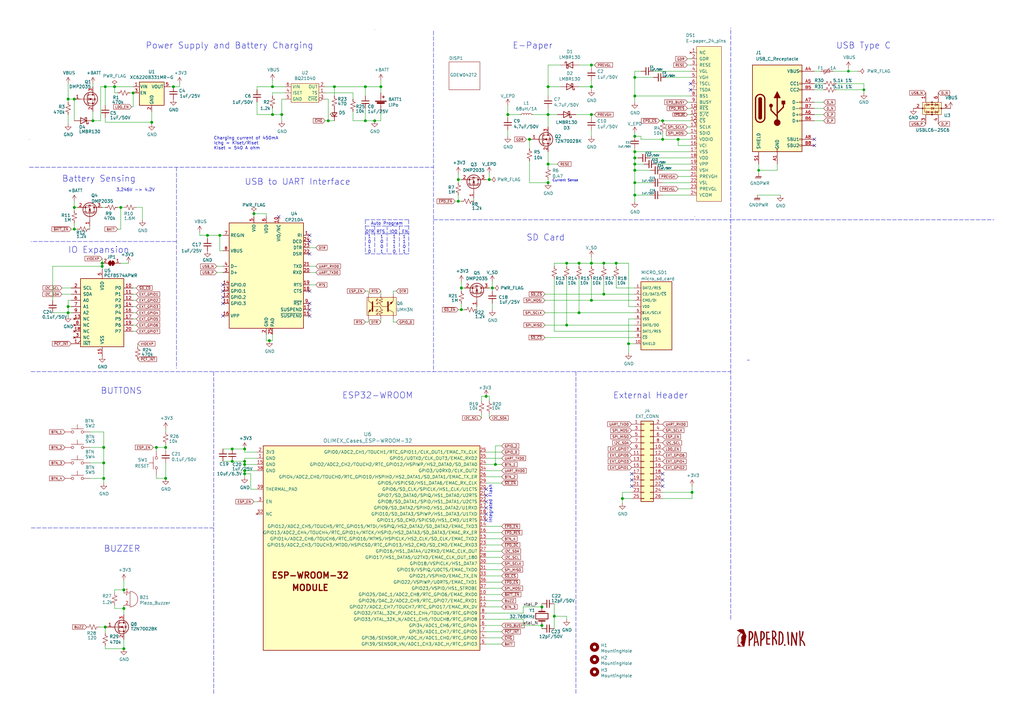
<source format=kicad_sch>
(kicad_sch (version 20211123) (generator eeschema)
  (paper "A3")
  (title_block (title "rev 4") (date "2019-09-15") (rev "1"))
  (lib_symbols
    (symbol "021_labs:BQ21040"
      (property "Reference" "U" (at 1.4224 -6.8326 0))
      (property "Value" "BQ21040" (at 5.08 -5.08 0))
      (symbol "BQ21040_0_0"
        (pin passive line (at 8.89 0 180) (length 2.54) (name "TS") (number "1"))
        (pin power_out line (at 8.89 2.54 180) (length 2.54) (name "OUT") (number "2"))
        (pin passive inverted (at 8.89 -2.54 180) (length 2.54) (name "~{CHG}") (number "3"))
        (pin input line (at -7.62 0 0) (length 2.54) (name "ISET") (number "4"))
        (pin power_in line (at -7.62 -2.54 0) (length 2.54) (name "GND") (number "5"))
        (pin power_in line (at -7.62 2.54 0) (length 2.54) (name "VIN") (number "6"))
      )
    )
    (symbol "021_labs:CP2104"
      (property "Reference" "U" (at -7.62 23.495 0))
      (property "Value" "CP2104" (at -7.62 21.59 0))
      (symbol "CP2104_1_1"
        (pin input line (at 17.78 15.24 180) (length 2.54) (name "RI") (number "1"))
        (pin power_out line (at 5.08 22.86 270) (length 2.54) (name "VIO/NC") (number "10"))
        (pin bidirectional line (at -17.78 -12.7 0) (length 2.54) (name "GPIO.3") (number "11"))
        (pin bidirectional line (at -17.78 -10.16 0) (length 2.54) (name "GPIO.2") (number "12"))
        (pin bidirectional line (at -17.78 -7.62 0) (length 2.54) (name "GPIO.1") (number "13"))
        (pin bidirectional line (at -17.78 -5.08 0) (length 2.54) (name "GPIO.0") (number "14"))
        (pin output line (at 17.78 -17.78 180) (length 2.54) (name "~{SUSPEND}") (number "15"))
        (pin passive line (at -17.78 -17.78 0) (length 2.54) (name "VPP") (number "16"))
        (pin output line (at 17.78 -15.24 180) (length 2.54) (name "SUSPEND") (number "17"))
        (pin input line (at 17.78 -7.62 180) (length 2.54) (name "CTS") (number "18"))
        (pin output line (at 17.78 -5.08 180) (length 2.54) (name "RTS") (number "19"))
        (pin power_in line (at 0 -25.4 90) (length 2.54) (name "GND") (number "2"))
        (pin input line (at 17.78 0 180) (length 2.54) (name "RXD") (number "20"))
        (pin output line (at 17.78 2.54 180) (length 2.54) (name "TXD") (number "21"))
        (pin input line (at 17.78 7.62 180) (length 2.54) (name "DSR") (number "22"))
        (pin output line (at 17.78 10.16 180) (length 2.54) (name "DTR") (number "23"))
        (pin input line (at 17.78 12.7 180) (length 2.54) (name "DCD") (number "24"))
        (pin power_in line (at 2.54 -25.4 90) (length 2.54) (name "PAD") (number "25"))
        (pin bidirectional line (at -17.78 0 0) (length 2.54) (name "D+") (number "3"))
        (pin bidirectional line (at -17.78 2.54 0) (length 2.54) (name "D-") (number "4"))
        (pin power_in line (at -5.08 22.86 270) (length 2.54) (name "VIO") (number "5"))
        (pin power_in line (at 0 22.86 270) (length 2.54) (name "VDD") (number "6"))
        (pin power_in line (at -17.78 15.24 0) (length 2.54) (name "REGIN") (number "7"))
        (pin input line (at -17.78 8.89 0) (length 2.54) (name "VBUS") (number "8"))
        (pin bidirectional line (at 17.78 -12.7 180) (length 2.54) (name "~{RST}") (number "9"))
      )
    )
    (symbol "021_labs:DMP2035" (pin_names (offset 1.016) hide)
      (property "Reference" "Q" (at 2.54 1.27 0))
      (property "Value" "DMP2035" (at 6.35 -1.27 0))
      (symbol "DMP2035_1_1"
        (pin passive line (at -7.62 0 0) (length 2.54) (name "G") (number "1"))
        (pin passive line (at 0 -5.08 90) (length 2.54) (name "S") (number "2"))
        (pin passive line (at 0 5.08 270) (length 2.54) (name "D") (number "3"))
      )
    )
    (symbol "021_labs:E-paper"
      (property "Reference" "DISP" (at 0 0 0))
      (property "Value" "E-paper" (at 0 -2.54 0))
    )
    (symbol "021_labs:E-paper_24_pins" (pin_names (offset 1.016))
      (property "Reference" "DS" (at 4.4958 -34.9758 0))
      (property "Value" "E-paper_24_pins" (at 11.43 -33.02 0))
      (symbol "E-paper_24_pins_0_0"
        (pin input inverted (at -5.08 7.62 0) (length 2.54) (name "~{RES}") (number "10"))
        (pin input inverted (at -5.08 5.08 0) (length 2.54) (name "~{D/C}") (number "11"))
        (pin input inverted (at -5.08 2.54 0) (length 2.54) (name "~{CS}") (number "12"))
        (pin bidirectional line (at -5.08 0 0) (length 2.54) (name "SCLK") (number "13"))
        (pin input line (at -5.08 -2.54 0) (length 2.54) (name "SDIO") (number "14"))
        (pin power_in line (at -5.08 -5.08 0) (length 2.54) (name "VDDIO") (number "15"))
        (pin power_in line (at -5.08 -7.62 0) (length 2.54) (name "VCI") (number "16"))
        (pin power_in line (at -5.08 -10.16 0) (length 2.54) (name "VSS") (number "17"))
        (pin passive line (at -5.08 -12.7 0) (length 2.54) (name "VDD") (number "18"))
        (pin passive line (at -5.08 -15.24 0) (length 2.54) (name "VPP") (number "19"))
        (pin output line (at -5.08 27.94 0) (length 2.54) (name "GDR") (number "2"))
        (pin passive line (at -5.08 -17.78 0) (length 2.54) (name "VSH") (number "20"))
        (pin passive line (at -5.08 -20.32 0) (length 2.54) (name "PREVGH") (number "21"))
        (pin passive line (at -5.08 -22.86 0) (length 2.54) (name "VSL") (number "22"))
        (pin passive line (at -5.08 -25.4 0) (length 2.54) (name "PREVGL") (number "23"))
        (pin passive line (at -5.08 -27.94 0) (length 2.54) (name "VCOM") (number "24"))
        (pin output line (at -5.08 25.4 0) (length 2.54) (name "RESE") (number "3"))
        (pin passive line (at -5.08 22.86 0) (length 2.54) (name "VGL") (number "4"))
        (pin passive line (at -5.08 20.32 0) (length 2.54) (name "VGH") (number "5"))
        (pin input line (at -5.08 17.78 0) (length 2.54) (name "TSCL") (number "6"))
        (pin bidirectional line (at -5.08 15.24 0) (length 2.54) (name "TSDA") (number "7"))
        (pin input line (at -5.08 12.7 0) (length 2.54) (name "BS1") (number "8"))
        (pin output line (at -5.08 10.16 0) (length 2.54) (name "BUSY") (number "9"))
      )
      (symbol "E-paper_24_pins_1_1"
        (pin no_connect line (at -5.08 30.48 0) (length 2.54) (name "NC") (number "1"))
      )
    )
    (symbol "021_labs:ESP-WROOM-32" (pin_names (offset 1.016))
      (property "Reference" "U" (at -35.56 43.18 0))
      (property "Value" "ESP-WROOM-32" (at 35.56 -45.72 0))
      (symbol "ESP-WROOM-32_0_0"
        (text "ESP-WROOM-32" (at -23.876 -12.446 0) (effects (font (size 2.4892 2.4892) bold)))
        (text "MODULE" (at -23.876 -17.526 0) (effects (font (size 2.4892 2.4892) bold)))
      )
      (symbol "ESP-WROOM-32_1_1"
        (pin power_in line (at -45.72 35.56 0) (length 2.54) (name "GND") (number "1"))
        (pin bidirectional line (at 48.26 -20.32 180) (length 2.54) (name "GPIO25/DAC_1/ADC2_CH8/RTC_GPIO6/EMAC_RXD0") (number "10"))
        (pin bidirectional line (at 48.26 -22.86 180) (length 2.54) (name "GPIO26/DAC_2/ADC2_CH9/RTC_GPIO7/EMAC_RXD1") (number "11"))
        (pin bidirectional line (at 48.26 -25.4 180) (length 2.54) (name "GPIO27/ADC2_CH7/TOUCH7/RTC_GPIO17/EMAC_RX_DV") (number "12"))
        (pin bidirectional line (at 48.26 2.54 180) (length 2.54) (name "GPIO14/ADC2_CH6/TOUCH6/RTC_GPIO16/MTMS/HSPICLK/HS2_CLK/SD_CLK/EMAC_TXD2") (number "13"))
        (pin bidirectional line (at 48.26 7.62 180) (length 2.54) (name "GPIO12/ADC2_CH5/TOUCH5/RTC_GPIO15/MTDI/HSPIQ/HS2_DATA2/SD_DATA2/EMAC_TXD3") (number "14"))
        (pin power_in line (at -45.72 33.02 0) (length 2.54) (name "GND") (number "15"))
        (pin bidirectional line (at 48.26 5.08 180) (length 2.54) (name "GPIO13/ADC2_CH4/TOUCH4/RTC_GPIO14/MTCK/HSPID/HS2_DATA3/SD_DATA3/EMAC_RX_ER") (number "16"))
        (pin bidirectional line (at 48.26 15.24 180) (length 2.54) (name "GPIO9/SD_DATA2/SPIHD/HS1_DATA2/U1RXD") (number "17"))
        (pin bidirectional line (at 48.26 12.7 180) (length 2.54) (name "GPIO10/SD_DATA3/SPIWP/HS1_DATA3/U1TXD") (number "18"))
        (pin bidirectional line (at 48.26 10.16 180) (length 2.54) (name "GPIO11/SD_CMD/SPICS0/HS1_CMD/U1RTS") (number "19"))
        (pin power_in line (at -45.72 38.1 0) (length 2.54) (name "3V3") (number "2"))
        (pin bidirectional line (at 48.26 22.86 180) (length 2.54) (name "GPIO6/SD_CLK/SPICLK/HS1_CLK/U1CTS") (number "20"))
        (pin bidirectional line (at 48.26 20.32 180) (length 2.54) (name "GPIO7/SD_DATA0/SPIQ/HS1_DATA0/U2RTS") (number "21"))
        (pin bidirectional line (at 48.26 17.78 180) (length 2.54) (name "GPIO8/SD_DATA1/SPID/HS1_DATA1/U2CTS") (number "22"))
        (pin bidirectional line (at 48.26 0 180) (length 2.54) (name "GPIO15/ADC2_CH3/TOUCH3/MTDO/HSPICS0/RTC_GPIO13/HS2_CMD/SD_CMD/EMAC_RXD3") (number "23"))
        (pin bidirectional line (at 48.26 33.02 180) (length 2.54) (name "GPIO2/ADC2_CH2/TOUCH2/RTC_GPIO12/HSPIWP/HS2_DATA0/SD_DATA0") (number "24"))
        (pin bidirectional line (at 48.26 38.1 180) (length 2.54) (name "GPIO0/ADC2_CH1/TOUCH1/RTC_GPIO11/CLK_OUT1/EMAC_TX_CLK") (number "25"))
        (pin bidirectional line (at 48.26 27.94 180) (length 2.54) (name "GPIO4/ADC2_CH0/TOUCH0/RTC_GPIO10/HSPIHD/HS2_DATA1/SD_DATA1/EMAC_TX_ER") (number "26"))
        (pin bidirectional line (at 48.26 -2.54 180) (length 2.54) (name "GPIO16/HS1_DATA4/U2RXD/EMAC_CLK_OUT") (number "27"))
        (pin bidirectional line (at 48.26 -5.08 180) (length 2.54) (name "GPIO17/HS1_DATA5/U2TXD/EMAC_CLK_OUT_180") (number "28"))
        (pin bidirectional line (at 48.26 25.4 180) (length 2.54) (name "GPIO5/VSPICS0/HS1_DATA6/EMAC_RX_CLK") (number "29"))
        (pin input line (at -45.72 17.78 0) (length 2.54) (name "EN") (number "3"))
        (pin bidirectional line (at 48.26 -7.62 180) (length 2.54) (name "GPIO18/VSPICLK/HS1_DATA7") (number "30"))
        (pin bidirectional line (at 48.26 -10.16 180) (length 2.54) (name "GPIO19/VSPIQ/U0CTS/EMAC_TXD0") (number "31"))
        (pin no_connect line (at -45.72 12.7 0) (length 2.54) (name "NC") (number "32"))
        (pin bidirectional line (at 48.26 -12.7 180) (length 2.54) (name "GPIO21/VSPIHD/EMAC_TX_EN") (number "33"))
        (pin bidirectional line (at 48.26 30.48 180) (length 2.54) (name "GPIO3/U0RXD/CLK_OUT2") (number "34"))
        (pin bidirectional line (at 48.26 35.56 180) (length 2.54) (name "GPIO1/U0TXD/CLK_OUT3/EMAC_RXD2") (number "35"))
        (pin bidirectional line (at 48.26 -15.24 180) (length 2.54) (name "GPIO22/VSPIWP/U0RTS/EMAC_TXD1") (number "36"))
        (pin bidirectional line (at 48.26 -17.78 180) (length 2.54) (name "GPIO23/VSPID/HS1_STROBE") (number "37"))
        (pin power_in line (at -45.72 30.48 0) (length 2.54) (name "GND") (number "38"))
        (pin power_in line (at -45.72 22.86 0) (length 2.54) (name "THERMAL_PAD") (number "39"))
        (pin input line (at 48.26 -38.1 180) (length 2.54) (name "GPI36/SENSOR_VP/ADC_H/ADC1_CH0/RTC_GPIO0") (number "4"))
        (pin input line (at 48.26 -40.64 180) (length 2.54) (name "GPI39/SENSOR_VN/ADC1_CH3/ADC_H/RTC_GPIO3") (number "5"))
        (pin input line (at 48.26 -33.02 180) (length 2.54) (name "GPI34/ADC1_CH6/RTC_GPIO4") (number "6"))
        (pin input line (at 48.26 -35.56 180) (length 2.54) (name "GPI35/ADC1_CH7/RTC_GPIO5") (number "7"))
        (pin bidirectional line (at 48.26 -27.94 180) (length 2.54) (name "GPIO32/XTAL_32K_P/ADC1_CH4/TOUCH9/RTC_GPIO9") (number "8"))
        (pin bidirectional line (at 48.26 -30.48 180) (length 2.54) (name "GPIO33/XTAL_32K_N/ADC1_CH5/TOUCH8/RTC_GPIO8") (number "9"))
      )
    )
    (symbol "021_labs:NTA4153NT1G" (pin_names hide)
      (property "Reference" "Q" (at 1.778 -5.5118 0))
      (property "Value" "NTA4153NT1G" (at 7.62 -7.62 0))
      (symbol "NTA4153NT1G_1_1"
        (pin passive line (at -7.62 0 0) (length 3.81) (name "G") (number "1"))
        (pin passive line (at 0 -5.08 90) (length 2.54) (name "S") (number "2"))
        (pin passive line (at 0 5.08 270) (length 2.54) (name "D") (number "3"))
      )
    )
    (symbol "021_labs:PCF8574APWR" (pin_names (offset 1.016))
      (property "Reference" "U" (at 1.7018 17.526 0))
      (property "Value" "PCF8574APWR" (at 7.874 15.494 0))
      (symbol "PCF8574APWR_1_1"
        (pin open_collector output_low (at -12.7 -12.7 0) (length 3.81) (name "~{INT}") (number "1"))
        (pin bidirectional line (at 12.7 10.16 180) (length 3.81) (name "P0") (number "10"))
        (pin bidirectional line (at 12.7 7.62 180) (length 3.81) (name "P1") (number "11"))
        (pin bidirectional line (at 12.7 5.08 180) (length 3.81) (name "P2") (number "12"))
        (pin no_connect line (at -11.43 -2.54 0) (length 2.54) (name "NC") (number "13"))
        (pin bidirectional line (at 12.7 2.54 180) (length 3.81) (name "P3") (number "14"))
        (pin power_out line (at 0 -17.78 90) (length 3.81) (name "VSS") (number "15"))
        (pin bidirectional line (at 12.7 0 180) (length 3.81) (name "P4") (number "16"))
        (pin bidirectional line (at 12.7 -2.54 180) (length 3.81) (name "P5") (number "17"))
        (pin no_connect line (at -11.43 -7.62 0) (length 2.54) (name "NC") (number "18"))
        (pin bidirectional line (at 12.7 -5.08 180) (length 3.81) (name "P6") (number "19"))
        (pin input line (at -12.7 10.16 0) (length 3.81) (name "SCL") (number "2"))
        (pin bidirectional line (at 12.7 -7.62 180) (length 3.81) (name "P7") (number "20"))
        (pin no_connect line (at -11.43 -10.16 0) (length 2.54) (name "NC") (number "3"))
        (pin bidirectional line (at -12.7 7.62 0) (length 3.81) (name "SDA") (number "4"))
        (pin power_in line (at 0 17.78 270) (length 3.81) (name "VDD") (number "5"))
        (pin input line (at -12.7 5.08 0) (length 3.81) (name "A0") (number "6"))
        (pin input line (at -12.7 2.54 0) (length 3.81) (name "A1") (number "7"))
        (pin no_connect line (at -11.43 -5.08 0) (length 2.54) (name "NC") (number "8"))
        (pin input line (at -12.7 0 0) (length 3.81) (name "A2") (number "9"))
      )
    )
    (symbol "021_labs:UMH3N" (pin_numbers hide) (pin_names (offset 0) hide)
      (property "Reference" "Q" (at 7.366 3.302 0))
      (property "Value" "UMH3N" (at 10.16 1.524 0))
      (symbol "UMH3N_0_0"
        (text "4.7k" (at -1.524 -2.2098 900) (effects (font (size 0.7874 0.7874))))
        (text "4.7k" (at -1.4986 2.1082 900) (effects (font (size 0.7874 0.7874))))
      )
      (symbol "UMH3N_1_1"
        (pin passive line (at -5.08 -5.08 90) (length 0.9906) (name "E1") (number "1"))
        (pin passive line (at 0 -5.08 90) (length 0.9906) (name "B1") (number "2"))
        (pin passive line (at 5.08 -5.08 90) (length 0.9906) (name "C2") (number "3"))
        (pin passive line (at 5.08 5.08 270) (length 0.9906) (name "E2") (number "4"))
        (pin passive line (at 0 5.08 270) (length 0.9906) (name "B2") (number "5"))
        (pin passive line (at -5.08 5.08 270) (length 0.9906) (name "C1") (number "6"))
      )
    )
    (symbol "021_labs:USBLC6-2SC6" (pin_names (offset 0) hide)
      (property "Reference" "U" (at 3.81 12.7 0))
      (property "Value" "USBLC6-2SC6" (at 10.16 10.16 0))
      (symbol "USBLC6-2SC6_1_1"
        (pin passive line (at -6.35 -1.27 0) (length 3.7084) (name "IO1") (number "1"))
        (pin passive line (at 0 -6.35 90) (length 3.7084) (name "GND") (number "2"))
        (pin passive line (at 6.35 -1.27 180) (length 3.7084) (name "IO2") (number "3"))
        (pin passive line (at 6.35 3.81 180) (length 3.7084) (name "IO2") (number "4"))
        (pin passive line (at 0 8.89 270) (length 3.7084) (name "VBUS") (number "5"))
        (pin passive line (at -6.35 3.81 0) (length 3.7084) (name "IO1") (number "6"))
      )
    )
    (symbol "021_labs:V_EPD" (power) (pin_names (offset 1.016))
      (property "Value" "V_EPD" (at 0 3.81 0))
      (symbol "V_EPD_1_1"
        (pin power_in line (at 0 0 90) (length 0) hide (name "V_EPD") (number "1"))
      )
    )
    (symbol "021_labs:V_SD" (power) (pin_names (offset 1.016))
      (property "Value" "V_SD" (at 0.6858 3.683 0))
      (symbol "V_SD_1_1"
        (pin power_in line (at 0 0 90) (length 0) hide (name "V_SD") (number "1"))
      )
    )
    (symbol "021_labs:micro_sd_card"
      (property "Reference" "MICRO_SD" (at -0.8382 17.0688 0))
      (property "Value" "micro_sd_card" (at 1.1684 15.4432 0))
      (symbol "micro_sd_card_1_1"
        (pin input line (at -8.89 11.43 0) (length 2.54) (name "DAT2/RES") (number "1"))
        (pin passive line (at -8.89 -11.43 0) (length 2.54) (name "SHIELD") (number "10"))
        (pin input line (at -8.89 8.89 0) (length 2.54) (name "CD/DAT3/~{CS}") (number "2"))
        (pin input line (at -8.89 6.35 0) (length 2.54) (name "CMD/DI") (number "3"))
        (pin power_in line (at -8.89 3.81 0) (length 2.54) (name "VDD") (number "4"))
        (pin input clock (at -8.89 1.27 0) (length 2.54) (name "CLK/SCLK") (number "5"))
        (pin power_in line (at -8.89 -1.27 0) (length 2.54) (name "VSS") (number "6"))
        (pin output line (at -8.89 -3.81 0) (length 2.54) (name "DAT0/DO") (number "7"))
        (pin input line (at -8.89 -6.35 0) (length 2.54) (name "DAT1/RES") (number "8"))
        (pin output line (at -8.89 -8.89 0) (length 2.54) (name "~{CD}") (number "9"))
      )
    )
    (symbol "021_labs:paperd_ink_logo" (pin_names (offset 1.016)) (in_bom no))
    (symbol "Connector:USB_C_Receptacle_USB2.0" (pin_names (offset 1.016))
      (property "Reference" "J" (at -10.16 19.05 0))
      (property "Value" "USB_C_Receptacle_USB2.0" (at 19.05 19.05 0))
      (symbol "USB_C_Receptacle_USB2.0_1_1"
        (pin passive line (at 0 -22.86 90) (length 5.08) (name "GND") (number "A1"))
        (pin passive line (at 0 -22.86 90) (length 5.08) hide (name "GND") (number "A12"))
        (pin passive line (at 15.24 15.24 180) (length 5.08) (name "VBUS") (number "A4"))
        (pin bidirectional line (at 15.24 10.16 180) (length 5.08) (name "CC1") (number "A5"))
        (pin bidirectional line (at 15.24 -2.54 180) (length 5.08) (name "D+") (number "A6"))
        (pin bidirectional line (at 15.24 2.54 180) (length 5.08) (name "D-") (number "A7"))
        (pin bidirectional line (at 15.24 -12.7 180) (length 5.08) (name "SBU1") (number "A8"))
        (pin passive line (at 15.24 15.24 180) (length 5.08) hide (name "VBUS") (number "A9"))
        (pin passive line (at 0 -22.86 90) (length 5.08) hide (name "GND") (number "B1"))
        (pin passive line (at 0 -22.86 90) (length 5.08) hide (name "GND") (number "B12"))
        (pin passive line (at 15.24 15.24 180) (length 5.08) hide (name "VBUS") (number "B4"))
        (pin bidirectional line (at 15.24 7.62 180) (length 5.08) (name "CC2") (number "B5"))
        (pin bidirectional line (at 15.24 -5.08 180) (length 5.08) (name "D+") (number "B6"))
        (pin bidirectional line (at 15.24 0 180) (length 5.08) (name "D-") (number "B7"))
        (pin bidirectional line (at 15.24 -15.24 180) (length 5.08) (name "SBU2") (number "B8"))
        (pin passive line (at 15.24 15.24 180) (length 5.08) hide (name "VBUS") (number "B9"))
        (pin passive line (at -7.62 -22.86 90) (length 5.08) (name "SHIELD") (number "S1"))
      )
    )
    (symbol "Connector_Generic:Conn_02x13_Odd_Even" (pin_names hide)
      (property "Reference" "J" (at 1.27 17.78 0))
      (property "Value" "Conn_02x13_Odd_Even" (at 1.27 -17.78 0))
      (symbol "Conn_02x13_Odd_Even_1_1"
        (pin passive line (at -5.08 15.24 0) (length 3.81) (name "Pin_1") (number "1"))
        (pin passive line (at 7.62 5.08 180) (length 3.81) (name "Pin_10") (number "10"))
        (pin passive line (at -5.08 2.54 0) (length 3.81) (name "Pin_11") (number "11"))
        (pin passive line (at 7.62 2.54 180) (length 3.81) (name "Pin_12") (number "12"))
        (pin passive line (at -5.08 0 0) (length 3.81) (name "Pin_13") (number "13"))
        (pin passive line (at 7.62 0 180) (length 3.81) (name "Pin_14") (number "14"))
        (pin passive line (at -5.08 -2.54 0) (length 3.81) (name "Pin_15") (number "15"))
        (pin passive line (at 7.62 -2.54 180) (length 3.81) (name "Pin_16") (number "16"))
        (pin passive line (at -5.08 -5.08 0) (length 3.81) (name "Pin_17") (number "17"))
        (pin passive line (at 7.62 -5.08 180) (length 3.81) (name "Pin_18") (number "18"))
        (pin passive line (at -5.08 -7.62 0) (length 3.81) (name "Pin_19") (number "19"))
        (pin passive line (at 7.62 15.24 180) (length 3.81) (name "Pin_2") (number "2"))
        (pin passive line (at 7.62 -7.62 180) (length 3.81) (name "Pin_20") (number "20"))
        (pin passive line (at -5.08 -10.16 0) (length 3.81) (name "Pin_21") (number "21"))
        (pin passive line (at 7.62 -10.16 180) (length 3.81) (name "Pin_22") (number "22"))
        (pin passive line (at -5.08 -12.7 0) (length 3.81) (name "Pin_23") (number "23"))
        (pin passive line (at 7.62 -12.7 180) (length 3.81) (name "Pin_24") (number "24"))
        (pin passive line (at -5.08 -15.24 0) (length 3.81) (name "Pin_25") (number "25"))
        (pin passive line (at 7.62 -15.24 180) (length 3.81) (name "Pin_26") (number "26"))
        (pin passive line (at -5.08 12.7 0) (length 3.81) (name "Pin_3") (number "3"))
        (pin passive line (at 7.62 12.7 180) (length 3.81) (name "Pin_4") (number "4"))
        (pin passive line (at -5.08 10.16 0) (length 3.81) (name "Pin_5") (number "5"))
        (pin passive line (at 7.62 10.16 180) (length 3.81) (name "Pin_6") (number "6"))
        (pin passive line (at -5.08 7.62 0) (length 3.81) (name "Pin_7") (number "7"))
        (pin passive line (at 7.62 7.62 180) (length 3.81) (name "Pin_8") (number "8"))
        (pin passive line (at -5.08 5.08 0) (length 3.81) (name "Pin_9") (number "9"))
      )
    )
    (symbol "Device:Battery_Cell" (pin_numbers hide) (pin_names (offset 0) hide)
      (property "Reference" "BT" (at 2.54 2.54 0))
      (property "Value" "Battery_Cell" (at 2.54 0 0))
      (symbol "Battery_Cell_1_1"
        (pin passive line (at 0 5.08 270) (length 2.54) (name "+") (number "1"))
        (pin passive line (at 0 -2.54 90) (length 2.54) (name "-") (number "2"))
      )
    )
    (symbol "Device:Buzzer" (pin_names (offset 0.0254) hide)
      (property "Reference" "BZ" (at 3.81 1.27 0))
      (property "Value" "Buzzer" (at 3.81 -1.27 0))
      (symbol "Buzzer_1_1"
        (pin passive line (at -2.54 2.54 0) (length 2.54) (name "-") (number "1"))
        (pin passive line (at -2.54 -2.54 0) (length 2.54) (name "+") (number "2"))
      )
    )
    (symbol "Device:C_Small" (pin_numbers hide) (pin_names (offset 0.254) hide)
      (property "Reference" "C" (at 0.254 1.778 0))
      (property "Value" "C_Small" (at 0.254 -2.032 0))
      (symbol "C_Small_1_1"
        (pin passive line (at 0 2.54 270) (length 2.032) (name "~") (number "1"))
        (pin passive line (at 0 -2.54 90) (length 2.032) (name "~") (number "2"))
      )
    )
    (symbol "Device:Crystal" (pin_numbers hide) (pin_names hide)
      (property "Reference" "Y" (at 0 3.81 0))
      (property "Value" "Crystal" (at 0 -3.81 0))
      (symbol "Crystal_1_1"
        (pin passive line (at -3.81 0 0) (length 1.27) (name "1") (number "1"))
        (pin passive line (at 3.81 0 180) (length 1.27) (name "2") (number "2"))
      )
    )
    (symbol "Device:LED_Small" (pin_numbers hide) (pin_names (offset 0.254) hide)
      (property "Reference" "D" (at -1.27 3.175 0))
      (property "Value" "LED_Small" (at -4.445 -2.54 0))
      (symbol "LED_Small_1_1"
        (pin passive line (at -2.54 0 0) (length 1.778) (name "K") (number "1"))
        (pin passive line (at 2.54 0 180) (length 1.778) (name "A") (number "2"))
      )
    )
    (symbol "Device:L_Small" (pin_numbers hide) (pin_names (offset 0.254) hide)
      (property "Reference" "L" (at 0.762 1.016 0))
      (property "Value" "L_Small" (at 0.762 -1.016 0))
      (symbol "L_Small_1_1"
        (pin passive line (at 0 2.54 270) (length 0.508) (name "~") (number "1"))
        (pin passive line (at 0 -2.54 90) (length 0.508) (name "~") (number "2"))
      )
    )
    (symbol "Device:Polyfuse_Small" (pin_numbers hide) (pin_names (offset 0))
      (property "Reference" "F" (at -1.905 0 90))
      (property "Value" "Polyfuse_Small" (at 1.905 0 90))
      (symbol "Polyfuse_Small_1_1"
        (pin passive line (at 0 2.54 270) (length 0.635) (name "~") (number "1"))
        (pin passive line (at 0 -2.54 90) (length 0.635) (name "~") (number "2"))
      )
    )
    (symbol "Device:R_Small_US" (pin_numbers hide) (pin_names (offset 0.254) hide)
      (property "Reference" "R" (at 0.762 0.508 0))
      (property "Value" "R_Small_US" (at 0.762 -1.016 0))
      (symbol "R_Small_US_1_1"
        (pin passive line (at 0 2.54 270) (length 1.016) (name "~") (number "1"))
        (pin passive line (at 0 -2.54 90) (length 1.016) (name "~") (number "2"))
      )
    )
    (symbol "Device:R_Small_US_1" (pin_numbers hide) (pin_names (offset 0.254) hide)
      (property "Reference" "R" (at 0.762 0.508 0))
      (property "Value" "R_Small_US" (at 0.762 -1.016 0))
      (symbol "R_Small_US_1_1_1"
        (pin passive line (at 0 2.54 270) (length 1.016) (name "~") (number "1"))
        (pin passive line (at 0 -2.54 90) (length 1.016) (name "~") (number "2"))
      )
    )
    (symbol "Device:R_Small_US_10" (pin_numbers hide) (pin_names (offset 0.254) hide)
      (property "Reference" "R" (at 0.762 0.508 0))
      (property "Value" "R_Small_US" (at 0.762 -1.016 0))
      (symbol "R_Small_US_10_1_1"
        (pin passive line (at 0 2.54 270) (length 1.016) (name "~") (number "1"))
        (pin passive line (at 0 -2.54 90) (length 1.016) (name "~") (number "2"))
      )
    )
    (symbol "Device:R_Small_US_11" (pin_numbers hide) (pin_names (offset 0.254) hide)
      (property "Reference" "R" (at 0.762 0.508 0))
      (property "Value" "R_Small_US" (at 0.762 -1.016 0))
      (symbol "R_Small_US_11_1_1"
        (pin passive line (at 0 2.54 270) (length 1.016) (name "~") (number "1"))
        (pin passive line (at 0 -2.54 90) (length 1.016) (name "~") (number "2"))
      )
    )
    (symbol "Device:R_Small_US_12" (pin_numbers hide) (pin_names (offset 0.254) hide)
      (property "Reference" "R" (at 0.762 0.508 0))
      (property "Value" "R_Small_US" (at 0.762 -1.016 0))
      (symbol "R_Small_US_12_1_1"
        (pin passive line (at 0 2.54 270) (length 1.016) (name "~") (number "1"))
        (pin passive line (at 0 -2.54 90) (length 1.016) (name "~") (number "2"))
      )
    )
    (symbol "Device:R_Small_US_13" (pin_numbers hide) (pin_names (offset 0.254) hide)
      (property "Reference" "R" (at 0.762 0.508 0))
      (property "Value" "R_Small_US" (at 0.762 -1.016 0))
      (symbol "R_Small_US_13_1_1"
        (pin passive line (at 0 2.54 270) (length 1.016) (name "~") (number "1"))
        (pin passive line (at 0 -2.54 90) (length 1.016) (name "~") (number "2"))
      )
    )
    (symbol "Device:R_Small_US_14" (pin_numbers hide) (pin_names (offset 0.254) hide)
      (property "Reference" "R" (at 0.762 0.508 0))
      (property "Value" "R_Small_US" (at 0.762 -1.016 0))
      (symbol "R_Small_US_14_1_1"
        (pin passive line (at 0 2.54 270) (length 1.016) (name "~") (number "1"))
        (pin passive line (at 0 -2.54 90) (length 1.016) (name "~") (number "2"))
      )
    )
    (symbol "Device:R_Small_US_15" (pin_numbers hide) (pin_names (offset 0.254) hide)
      (property "Reference" "R" (at 0.762 0.508 0))
      (property "Value" "R_Small_US" (at 0.762 -1.016 0))
      (symbol "R_Small_US_15_1_1"
        (pin passive line (at 0 2.54 270) (length 1.016) (name "~") (number "1"))
        (pin passive line (at 0 -2.54 90) (length 1.016) (name "~") (number "2"))
      )
    )
    (symbol "Device:R_Small_US_16" (pin_numbers hide) (pin_names (offset 0.254) hide)
      (property "Reference" "R" (at 0.762 0.508 0))
      (property "Value" "R_Small_US" (at 0.762 -1.016 0))
      (symbol "R_Small_US_16_1_1"
        (pin passive line (at 0 2.54 270) (length 1.016) (name "~") (number "1"))
        (pin passive line (at 0 -2.54 90) (length 1.016) (name "~") (number "2"))
      )
    )
    (symbol "Device:R_Small_US_17" (pin_numbers hide) (pin_names (offset 0.254) hide)
      (property "Reference" "R" (at 0.762 0.508 0))
      (property "Value" "R_Small_US" (at 0.762 -1.016 0))
      (symbol "R_Small_US_17_1_1"
        (pin passive line (at 0 2.54 270) (length 1.016) (name "~") (number "1"))
        (pin passive line (at 0 -2.54 90) (length 1.016) (name "~") (number "2"))
      )
    )
    (symbol "Device:R_Small_US_18" (pin_numbers hide) (pin_names (offset 0.254) hide)
      (property "Reference" "R" (at 0.762 0.508 0))
      (property "Value" "R_Small_US" (at 0.762 -1.016 0))
      (symbol "R_Small_US_18_1_1"
        (pin passive line (at 0 2.54 270) (length 1.016) (name "~") (number "1"))
        (pin passive line (at 0 -2.54 90) (length 1.016) (name "~") (number "2"))
      )
    )
    (symbol "Device:R_Small_US_19" (pin_numbers hide) (pin_names (offset 0.254) hide)
      (property "Reference" "R" (at 0.762 0.508 0))
      (property "Value" "R_Small_US" (at 0.762 -1.016 0))
      (symbol "R_Small_US_19_1_1"
        (pin passive line (at 0 2.54 270) (length 1.016) (name "~") (number "1"))
        (pin passive line (at 0 -2.54 90) (length 1.016) (name "~") (number "2"))
      )
    )
    (symbol "Device:R_Small_US_2" (pin_numbers hide) (pin_names (offset 0.254) hide)
      (property "Reference" "R" (at 0.762 0.508 0))
      (property "Value" "R_Small_US" (at 0.762 -1.016 0))
      (symbol "R_Small_US_2_1_1"
        (pin passive line (at 0 2.54 270) (length 1.016) (name "~") (number "1"))
        (pin passive line (at 0 -2.54 90) (length 1.016) (name "~") (number "2"))
      )
    )
    (symbol "Device:R_Small_US_20" (pin_numbers hide) (pin_names (offset 0.254) hide)
      (property "Reference" "R" (at 0.762 0.508 0))
      (property "Value" "R_Small_US" (at 0.762 -1.016 0))
      (symbol "R_Small_US_20_1_1"
        (pin passive line (at 0 2.54 270) (length 1.016) (name "~") (number "1"))
        (pin passive line (at 0 -2.54 90) (length 1.016) (name "~") (number "2"))
      )
    )
    (symbol "Device:R_Small_US_21" (pin_numbers hide) (pin_names (offset 0.254) hide)
      (property "Reference" "R" (at 0.762 0.508 0))
      (property "Value" "R_Small_US" (at 0.762 -1.016 0))
      (symbol "R_Small_US_21_1_1"
        (pin passive line (at 0 2.54 270) (length 1.016) (name "~") (number "1"))
        (pin passive line (at 0 -2.54 90) (length 1.016) (name "~") (number "2"))
      )
    )
    (symbol "Device:R_Small_US_22" (pin_numbers hide) (pin_names (offset 0.254) hide)
      (property "Reference" "R" (at 0.762 0.508 0))
      (property "Value" "R_Small_US" (at 0.762 -1.016 0))
      (symbol "R_Small_US_22_1_1"
        (pin passive line (at 0 2.54 270) (length 1.016) (name "~") (number "1"))
        (pin passive line (at 0 -2.54 90) (length 1.016) (name "~") (number "2"))
      )
    )
    (symbol "Device:R_Small_US_23" (pin_numbers hide) (pin_names (offset 0.254) hide)
      (property "Reference" "R" (at 0.762 0.508 0))
      (property "Value" "R_Small_US" (at 0.762 -1.016 0))
      (symbol "R_Small_US_23_1_1"
        (pin passive line (at 0 2.54 270) (length 1.016) (name "~") (number "1"))
        (pin passive line (at 0 -2.54 90) (length 1.016) (name "~") (number "2"))
      )
    )
    (symbol "Device:R_Small_US_24" (pin_numbers hide) (pin_names (offset 0.254) hide)
      (property "Reference" "R" (at 0.762 0.508 0))
      (property "Value" "R_Small_US" (at 0.762 -1.016 0))
      (symbol "R_Small_US_24_1_1"
        (pin passive line (at 0 2.54 270) (length 1.016) (name "~") (number "1"))
        (pin passive line (at 0 -2.54 90) (length 1.016) (name "~") (number "2"))
      )
    )
    (symbol "Device:R_Small_US_25" (pin_numbers hide) (pin_names (offset 0.254) hide)
      (property "Reference" "R" (at 0.762 0.508 0))
      (property "Value" "R_Small_US" (at 0.762 -1.016 0))
      (symbol "R_Small_US_25_1_1"
        (pin passive line (at 0 2.54 270) (length 1.016) (name "~") (number "1"))
        (pin passive line (at 0 -2.54 90) (length 1.016) (name "~") (number "2"))
      )
    )
    (symbol "Device:R_Small_US_26" (pin_numbers hide) (pin_names (offset 0.254) hide)
      (property "Reference" "R" (at 0.762 0.508 0))
      (property "Value" "R_Small_US" (at 0.762 -1.016 0))
      (symbol "R_Small_US_26_1_1"
        (pin passive line (at 0 2.54 270) (length 1.016) (name "~") (number "1"))
        (pin passive line (at 0 -2.54 90) (length 1.016) (name "~") (number "2"))
      )
    )
    (symbol "Device:R_Small_US_27" (pin_numbers hide) (pin_names (offset 0.254) hide)
      (property "Reference" "R" (at 0.762 0.508 0))
      (property "Value" "R_Small_US" (at 0.762 -1.016 0))
      (symbol "R_Small_US_27_1_1"
        (pin passive line (at 0 2.54 270) (length 1.016) (name "~") (number "1"))
        (pin passive line (at 0 -2.54 90) (length 1.016) (name "~") (number "2"))
      )
    )
    (symbol "Device:R_Small_US_28" (pin_numbers hide) (pin_names (offset 0.254) hide)
      (property "Reference" "R" (at 0.762 0.508 0))
      (property "Value" "R_Small_US" (at 0.762 -1.016 0))
      (symbol "R_Small_US_28_1_1"
        (pin passive line (at 0 2.54 270) (length 1.016) (name "~") (number "1"))
        (pin passive line (at 0 -2.54 90) (length 1.016) (name "~") (number "2"))
      )
    )
    (symbol "Device:R_Small_US_3" (pin_numbers hide) (pin_names (offset 0.254) hide)
      (property "Reference" "R" (at 0.762 0.508 0))
      (property "Value" "R_Small_US" (at 0.762 -1.016 0))
      (symbol "R_Small_US_3_1_1"
        (pin passive line (at 0 2.54 270) (length 1.016) (name "~") (number "1"))
        (pin passive line (at 0 -2.54 90) (length 1.016) (name "~") (number "2"))
      )
    )
    (symbol "Device:R_Small_US_4" (pin_numbers hide) (pin_names (offset 0.254) hide)
      (property "Reference" "R" (at 0.762 0.508 0))
      (property "Value" "R_Small_US" (at 0.762 -1.016 0))
      (symbol "R_Small_US_4_1_1"
        (pin passive line (at 0 2.54 270) (length 1.016) (name "~") (number "1"))
        (pin passive line (at 0 -2.54 90) (length 1.016) (name "~") (number "2"))
      )
    )
    (symbol "Device:R_Small_US_5" (pin_numbers hide) (pin_names (offset 0.254) hide)
      (property "Reference" "R" (at 0.762 0.508 0))
      (property "Value" "R_Small_US" (at 0.762 -1.016 0))
      (symbol "R_Small_US_5_1_1"
        (pin passive line (at 0 2.54 270) (length 1.016) (name "~") (number "1"))
        (pin passive line (at 0 -2.54 90) (length 1.016) (name "~") (number "2"))
      )
    )
    (symbol "Device:R_Small_US_6" (pin_numbers hide) (pin_names (offset 0.254) hide)
      (property "Reference" "R" (at 0.762 0.508 0))
      (property "Value" "R_Small_US" (at 0.762 -1.016 0))
      (symbol "R_Small_US_6_1_1"
        (pin passive line (at 0 2.54 270) (length 1.016) (name "~") (number "1"))
        (pin passive line (at 0 -2.54 90) (length 1.016) (name "~") (number "2"))
      )
    )
    (symbol "Device:R_Small_US_7" (pin_numbers hide) (pin_names (offset 0.254) hide)
      (property "Reference" "R" (at 0.762 0.508 0))
      (property "Value" "R_Small_US" (at 0.762 -1.016 0))
      (symbol "R_Small_US_7_1_1"
        (pin passive line (at 0 2.54 270) (length 1.016) (name "~") (number "1"))
        (pin passive line (at 0 -2.54 90) (length 1.016) (name "~") (number "2"))
      )
    )
    (symbol "Device:R_Small_US_8" (pin_numbers hide) (pin_names (offset 0.254) hide)
      (property "Reference" "R" (at 0.762 0.508 0))
      (property "Value" "R_Small_US" (at 0.762 -1.016 0))
      (symbol "R_Small_US_8_1_1"
        (pin passive line (at 0 2.54 270) (length 1.016) (name "~") (number "1"))
        (pin passive line (at 0 -2.54 90) (length 1.016) (name "~") (number "2"))
      )
    )
    (symbol "Device:R_Small_US_9" (pin_numbers hide) (pin_names (offset 0.254) hide)
      (property "Reference" "R" (at 0.762 0.508 0))
      (property "Value" "R_Small_US" (at 0.762 -1.016 0))
      (symbol "R_Small_US_9_1_1"
        (pin passive line (at 0 2.54 270) (length 1.016) (name "~") (number "1"))
        (pin passive line (at 0 -2.54 90) (length 1.016) (name "~") (number "2"))
      )
    )
    (symbol "Diode:MBR0530" (pin_numbers hide) (pin_names hide)
      (property "Reference" "D" (at 0 2.54 0))
      (property "Value" "MBR0530" (at 0 -2.54 0))
      (symbol "MBR0530_1_1"
        (pin passive line (at -3.81 0 0) (length 2.54) (name "K") (number "1"))
        (pin passive line (at 3.81 0 180) (length 2.54) (name "A") (number "2"))
      )
    )
    (symbol "Jumper:SolderJumper_2_Bridged" (pin_names (offset 0) hide)
      (property "Reference" "JP" (at 0 2.032 0))
      (property "Value" "SolderJumper_2_Bridged" (at 0 -2.54 0))
      (symbol "SolderJumper_2_Bridged_1_1"
        (pin passive line (at -3.81 0 0) (length 2.54) (name "A") (number "1"))
        (pin passive line (at 3.81 0 180) (length 2.54) (name "B") (number "2"))
      )
    )
    (symbol "Mechanical:MountingHole" (pin_names (offset 1.016))
      (property "Reference" "H" (at 0 5.08 0))
      (property "Value" "MountingHole" (at 0 3.175 0))
    )
    (symbol "Regulator_Linear:AP2112K-3.3" (pin_names (offset 0.254))
      (property "Reference" "U" (at -5.08 5.715 0))
      (property "Value" "AP2112K-3.3" (at 0 5.715 0))
      (symbol "AP2112K-3.3_1_1"
        (pin power_in line (at -7.62 2.54 0) (length 2.54) (name "VIN") (number "1"))
        (pin power_in line (at 0 -7.62 90) (length 2.54) (name "GND") (number "2"))
        (pin input line (at -7.62 0 0) (length 2.54) (name "EN") (number "3"))
        (pin no_connect line (at 5.08 0 180) (length 2.54) hide (name "NC") (number "4"))
        (pin power_out line (at 7.62 2.54 180) (length 2.54) (name "VOUT") (number "5"))
      )
    )
    (symbol "Switch:SW_Push" (pin_numbers hide) (pin_names hide)
      (property "Reference" "SW" (at 1.27 2.54 0))
      (property "Value" "SW_Push" (at 0 -1.524 0))
      (symbol "SW_Push_0_1"
        (pin passive line (at -5.08 0 0) (length 2.54) (name "1") (number "1"))
        (pin passive line (at 5.08 0 180) (length 2.54) (name "2") (number "2"))
      )
    )
    (symbol "Switch:SW_Push_1" (pin_numbers hide) (pin_names hide)
      (property "Reference" "SW" (at 1.27 2.54 0))
      (property "Value" "SW_Push" (at 0 -1.524 0))
      (symbol "SW_Push_1_0_1"
        (pin passive line (at -5.08 0 0) (length 2.54) (name "1") (number "1"))
        (pin passive line (at 5.08 0 180) (length 2.54) (name "2") (number "2"))
      )
    )
    (symbol "Switch:SW_Push_2" (pin_numbers hide) (pin_names hide)
      (property "Reference" "SW" (at 1.27 2.54 0))
      (property "Value" "SW_Push" (at 0 -1.524 0))
      (symbol "SW_Push_2_0_1"
        (pin passive line (at -5.08 0 0) (length 2.54) (name "1") (number "1"))
        (pin passive line (at 5.08 0 180) (length 2.54) (name "2") (number "2"))
      )
    )
    (symbol "Switch:SW_Push_3" (pin_numbers hide) (pin_names hide)
      (property "Reference" "SW" (at 1.27 2.54 0))
      (property "Value" "SW_Push" (at 0 -1.524 0))
      (symbol "SW_Push_3_0_1"
        (pin passive line (at -5.08 0 0) (length 2.54) (name "1") (number "1"))
        (pin passive line (at 5.08 0 180) (length 2.54) (name "2") (number "2"))
      )
    )
    (symbol "Switch:SW_Push_4" (pin_numbers hide) (pin_names hide)
      (property "Reference" "SW" (at 1.27 2.54 0))
      (property "Value" "SW_Push" (at 0 -1.524 0))
      (symbol "SW_Push_4_0_1"
        (pin passive line (at -5.08 0 0) (length 2.54) (name "1") (number "1"))
        (pin passive line (at 5.08 0 180) (length 2.54) (name "2") (number "2"))
      )
    )
    (symbol "power:+3V3" (power) (pin_names (offset 0))
      (property "Value" "+3V3" (at 0 3.556 0))
      (symbol "+3V3_1_1"
        (pin power_in line (at 0 0 90) (length 0) hide (name "+3V3") (number "1"))
      )
    )
    (symbol "power:+BATT" (power) (pin_names (offset 0))
      (property "Value" "+BATT" (at 0 3.556 0))
      (symbol "+BATT_1_1"
        (pin power_in line (at 0 0 90) (length 0) hide (name "+BATT") (number "1"))
      )
    )
    (symbol "power:GND" (power) (pin_names (offset 0))
      (property "Value" "GND" (at 0 -3.81 0))
      (symbol "GND_1_1"
        (pin power_in line (at 0 0 270) (length 0) hide (name "GND") (number "1"))
      )
    )
    (symbol "power:GNDPWR" (power) (pin_names (offset 0))
      (property "Value" "GNDPWR" (at 0 -3.302 0))
      (symbol "GNDPWR_1_1"
        (pin power_in line (at 0 0 270) (length 0) hide (name "GNDPWR") (number "1"))
      )
    )
    (symbol "power:PWR_FLAG" (power) (pin_numbers hide) (pin_names (offset 0) hide)
      (property "Value" "PWR_FLAG" (at 0 3.81 0))
      (symbol "PWR_FLAG_0_0"
        (pin power_out line (at 0 0 90) (length 0) (name "pwr") (number "1"))
      )
    )
    (symbol "power:PWR_FLAG_1" (power) (pin_numbers hide) (pin_names (offset 0) hide)
      (property "Value" "PWR_FLAG" (at 0 3.81 0))
      (symbol "PWR_FLAG_1_0_0"
        (pin power_out line (at 0 0 90) (length 0) (name "pwr") (number "1"))
      )
    )
    (symbol "power:PWR_FLAG_2" (power) (pin_numbers hide) (pin_names (offset 0) hide)
      (property "Value" "PWR_FLAG" (at 0 3.81 0))
      (symbol "PWR_FLAG_2_0_0"
        (pin power_out line (at 0 0 90) (length 0) (name "pwr") (number "1"))
      )
    )
    (symbol "power:VBUS" (power) (pin_names (offset 0))
      (property "Value" "VBUS" (at 0 3.81 0))
      (symbol "VBUS_1_1"
        (pin power_in line (at 0 0 90) (length 0) hide (name "VBUS") (number "1"))
      )
    )
  )
  (junction (at 30.48 85.09) (diameter 1.016))
  (junction (at 67.945 196.215) (diameter 1.016))
  (junction (at 203.2 190.5) (diameter 1.016))
  (junction (at 49.53 85.09) (diameter 1.016))
  (junction (at 201.93 118.11) (diameter 1.016))
  (junction (at 260.35 74.93) (diameter 1.016))
  (junction (at 27.94 40.64) (diameter 1.016))
  (junction (at 50.8 241.935) (diameter 1.016))
  (junction (at 156.21 35.56) (diameter 1.016))
  (junction (at 43.18 35.56) (diameter 1.016))
  (junction (at 104.14 87.63) (diameter 1.016))
  (junction (at 278.13 57.15) (diameter 1.016))
  (junction (at 110.49 139.7) (diameter 1.016))
  (junction (at 71.12 35.56) (diameter 1.016))
  (junction (at 50.8 266.065) (diameter 1.016))
  (junction (at 347.98 29.21))
  (junction (at 42.545 196.215) (diameter 1.016))
  (junction (at 27.94 125.73) (diameter 1.016))
  (junction (at 247.65 120.65) (diameter 1.016))
  (junction (at 62.23 50.165) (diameter 1.016))
  (junction (at 100.33 193.04) (diameter 1.016))
  (junction (at 257.81 140.97) (diameter 1.016))
  (junction (at 255.27 204.47) (diameter 1.016))
  (junction (at 260.35 39.37) (diameter 1.016))
  (junction (at 242.57 123.19) (diameter 1.016))
  (junction (at 354.33 36.83))
  (junction (at 111.76 35.56) (diameter 1.016))
  (junction (at 27.94 128.27) (diameter 1.016))
  (junction (at 100.33 190.5) (diameter 1.016))
  (junction (at 50.8 249.555) (diameter 1.016))
  (junction (at 149.86 35.56) (diameter 1.016))
  (junction (at 189.23 127) (diameter 1.016))
  (junction (at 260.35 80.01) (diameter 1.016))
  (junction (at 100.33 184.15) (diameter 1.016))
  (junction (at 222.25 256.54) (diameter 1.016))
  (junction (at 42.545 183.515) (diameter 1.016))
  (junction (at 115.57 46.99) (diameter 1.016))
  (junction (at 271.78 57.15) (diameter 1.016))
  (junction (at 54.61 38.1) (diameter 1.016))
  (junction (at 260.35 62.23) (diameter 1.016))
  (junction (at 260.35 64.77) (diameter 1.016))
  (junction (at 100.33 194.31) (diameter 1.016))
  (junction (at 187.96 82.55) (diameter 1.016))
  (junction (at 252.73 107.95) (diameter 1.016))
  (junction (at 271.78 49.53) (diameter 1.016))
  (junction (at 242.57 107.95) (diameter 1.016))
  (junction (at 232.41 107.95) (diameter 1.016))
  (junction (at 111.76 46.99) (diameter 1.016))
  (junction (at 43.18 257.175) (diameter 1.016))
  (junction (at 237.49 128.27) (diameter 1.016))
  (junction (at 224.79 67.31) (diameter 1.016))
  (junction (at 187.96 73.66) (diameter 1.016))
  (junction (at 153.67 49.53) (diameter 1.016))
  (junction (at 149.86 49.53) (diameter 1.016))
  (junction (at 41.91 107.95) (diameter 1.016))
  (junction (at 38.1 49.53) (diameter 1.016))
  (junction (at 85.09 96.52) (diameter 1.016))
  (junction (at 30.48 40.64) (diameter 1.016))
  (junction (at 242.57 46.99) (diameter 1.016))
  (junction (at 64.135 183.515) (diameter 1.016))
  (junction (at 90.17 96.52) (diameter 1.016))
  (junction (at 237.49 107.95) (diameter 1.016))
  (junction (at 224.79 35.56) (diameter 1.016))
  (junction (at 100.33 189.23) (diameter 1.016))
  (junction (at 260.35 67.31) (diameter 1.016))
  (junction (at 242.57 35.56) (diameter 1.016))
  (junction (at 227.33 252.73) (diameter 1.016))
  (junction (at 41.91 109.22) (diameter 1.016))
  (junction (at 247.65 107.95) (diameter 1.016))
  (junction (at 224.79 46.99) (diameter 1.016))
  (junction (at 67.945 183.515) (diameter 1.016))
  (junction (at 134.62 49.53) (diameter 1.016))
  (junction (at 30.48 93.98) (diameter 1.016))
  (junction (at 189.23 118.11) (diameter 1.016))
  (junction (at 95.25 189.23) (diameter 1.016))
  (junction (at 224.79 74.93) (diameter 1.016))
  (junction (at 260.35 69.85) (diameter 1.016))
  (junction (at 260.35 55.88) (diameter 1.016))
  (junction (at 232.41 133.35) (diameter 1.016))
  (junction (at 46.99 35.56) (diameter 1.016))
  (junction (at 311.15 69.85))
  (junction (at 200.66 73.66) (diameter 1.016))
  (junction (at 137.16 35.56) (diameter 1.016))
  (junction (at 283.845 201.93) (diameter 1.016))
  (junction (at 222.25 248.92) (diameter 1.016))
  (junction (at 95.25 184.15) (diameter 1.016))
  (junction (at 217.17 57.15) (diameter 1.016))
  (junction (at 199.39 162.56) (diameter 1.016))
  (junction (at 260.35 31.75) (diameter 1.016))
  (junction (at 242.57 26.67) (diameter 1.016))
  (junction (at 42.545 189.865) (diameter 1.016))
  (junction (at 208.28 46.99) (diameter 1.016))
  (no_connect (at 199.39 205.74))
  (no_connect (at 271.78 194.31))
  (no_connect (at 91.44 129.54))
  (no_connect (at 91.44 124.46))
  (no_connect (at 259.08 194.31))
  (no_connect (at 334.01 59.69))
  (no_connect (at 127 124.46))
  (no_connect (at 199.39 208.28))
  (no_connect (at 271.78 199.39))
  (no_connect (at 283.21 36.83))
  (no_connect (at 199.39 213.36))
  (no_connect (at 127 96.52))
  (no_connect (at 259.08 196.85))
  (no_connect (at 259.08 199.39))
  (no_connect (at 199.39 203.2))
  (no_connect (at 127 99.06))
  (no_connect (at 199.39 200.66))
  (no_connect (at 91.44 116.84))
  (no_connect (at 127 104.14))
  (no_connect (at 91.44 119.38))
  (no_connect (at 283.21 34.29))
  (no_connect (at 127 119.38))
  (no_connect (at 334.01 57.15))
  (no_connect (at 114.3 88.9))
  (no_connect (at 199.39 210.82))
  (no_connect (at 271.78 196.85))
  (no_connect (at 91.44 121.92))
  (no_connect (at 127 129.54))
  (no_connect (at 127 127))
  (wire (pts (xy 149.86 39.37) (xy 149.86 35.56)))
  (wire (pts (xy 55.88 85.09) (xy 58.42 85.09)))
  (wire (pts (xy 351.79 29.21) (xy 347.98 29.21)))
  (wire (pts (xy 151.13 130.81) (xy 151.13 132.08)))
  (wire (pts (xy 264.16 67.31) (xy 260.35 67.31)))
  (wire (pts (xy 205.74 226.06) (xy 199.39 226.06)))
  (wire (pts (xy 194.31 82.55) (xy 194.31 81.28)))
  (wire (pts (xy 42.545 189.865) (xy 42.545 196.215)))
  (wire (pts (xy 67.945 182.245) (xy 67.945 183.515)))
  (wire (pts (xy 205.74 198.12) (xy 199.39 198.12)))
  (wire (pts (xy 260.35 31.75) (xy 260.35 29.21)))
  (wire (pts (xy 278.13 57.15) (xy 271.78 57.15)))
  (wire (pts (xy 27.94 125.73) (xy 27.94 128.27)))
  (wire (pts (xy 111.76 39.37) (xy 111.76 38.1)))
  (wire (pts (xy 149.86 49.53) (xy 153.67 49.53)))
  (wire (pts (xy 151.13 120.65) (xy 151.13 119.38)))
  (wire (pts (xy 189.23 127) (xy 190.5 127)))
  (wire (pts (xy 40.64 257.175) (xy 43.18 257.175)))
  (wire (pts (xy 27.94 40.64) (xy 30.48 40.64)))
  (polyline (pts (xy 149.86 92.71) (xy 167.64 92.71)) (stroke (width 0) (type dash)))
  (wire (pts (xy 334.01 41.91) (xy 337.82 41.91)))
  (wire (pts (xy 91.44 102.87) (xy 90.17 102.87)))
  (wire (pts (xy 260.35 29.21) (xy 262.89 29.21)))
  (wire (pts (xy 199.39 215.9) (xy 205.74 215.9)))
  (wire (pts (xy 260.35 138.43) (xy 223.52 138.43)))
  (wire (pts (xy 257.81 130.81) (xy 257.81 140.97)))
  (wire (pts (xy 228.6 67.31) (xy 224.79 67.31)))
  (wire (pts (xy 217.17 60.96) (xy 217.17 57.15)))
  (wire (pts (xy 224.79 52.07) (xy 224.79 46.99)))
  (wire (pts (xy 260.35 125.73) (xy 257.81 125.73)))
  (wire (pts (xy 190.5 118.11) (xy 189.23 118.11)))
  (wire (pts (xy 283.21 41.91) (xy 281.94 41.91)))
  (wire (pts (xy 271.78 204.47) (xy 283.845 204.47)))
  (wire (pts (xy 242.57 114.3) (xy 242.57 123.19)))
  (wire (pts (xy 203.2 182.88) (xy 205.74 182.88)))
  (wire (pts (xy 281.94 52.07) (xy 283.21 52.07)))
  (wire (pts (xy 208.28 48.26) (xy 208.28 46.99)))
  (wire (pts (xy 224.79 73.66) (xy 224.79 74.93)))
  (polyline (pts (xy 284.9372 88.9) (xy 284.9372 88.8492)) (stroke (width 0) (type dash)))
  (wire (pts (xy 104.14 88.9) (xy 104.14 87.63)))
  (wire (pts (xy 260.35 31.75) (xy 260.35 39.37)))
  (wire (pts (xy 237.49 109.22) (xy 237.49 107.95)))
  (wire (pts (xy 95.25 189.23) (xy 100.33 189.23)))
  (wire (pts (xy 189.23 124.46) (xy 189.23 127)))
  (wire (pts (xy 156.21 120.65) (xy 156.21 119.38)))
  (wire (pts (xy 43.18 266.065) (xy 50.8 266.065)))
  (wire (pts (xy 200.66 169.545) (xy 200.66 171.45)))
  (wire (pts (xy 214.63 256.54) (xy 222.25 256.54)))
  (wire (pts (xy 199.39 261.62) (xy 205.74 261.62)))
  (wire (pts (xy 133.35 35.56) (xy 137.16 35.56)))
  (wire (pts (xy 137.16 35.56) (xy 149.86 35.56)))
  (wire (pts (xy 283.21 54.61) (xy 281.94 54.61)))
  (wire (pts (xy 217.17 66.04) (xy 217.17 74.93)))
  (wire (pts (xy 100.33 193.04) (xy 100.33 194.31)))
  (wire (pts (xy 227.33 107.95) (xy 232.41 107.95)))
  (wire (pts (xy 127 116.84) (xy 129.54 116.84)))
  (wire (pts (xy 260.35 64.77) (xy 260.35 67.31)))
  (wire (pts (xy 64.135 196.215) (xy 64.135 194.945)))
  (wire (pts (xy 260.35 130.81) (xy 257.81 130.81)))
  (wire (pts (xy 271.78 57.15) (xy 262.89 57.15)))
  (wire (pts (xy 283.845 201.93) (xy 283.845 199.39)))
  (wire (pts (xy 156.21 38.1) (xy 156.21 35.56)))
  (wire (pts (xy 260.35 74.93) (xy 260.35 80.01)))
  (wire (pts (xy 27.94 123.19) (xy 27.94 125.73)))
  (wire (pts (xy 214.63 254) (xy 214.63 256.54)))
  (wire (pts (xy 137.16 35.56) (xy 137.16 39.37)))
  (wire (pts (xy 237.49 35.56) (xy 242.57 35.56)))
  (wire (pts (xy 43.18 257.175) (xy 43.18 259.715)))
  (wire (pts (xy 223.52 123.19) (xy 242.57 123.19)))
  (wire (pts (xy 62.23 45.72) (xy 62.23 50.165)))
  (wire (pts (xy 156.21 132.08) (xy 156.21 130.81)))
  (wire (pts (xy 50.8 249.555) (xy 50.8 248.285)))
  (wire (pts (xy 203.2 190.5) (xy 203.2 182.88)))
  (wire (pts (xy 271.78 80.01) (xy 283.21 80.01)))
  (wire (pts (xy 337.82 49.53) (xy 334.01 49.53)))
  (wire (pts (xy 161.29 130.81) (xy 161.29 132.08)))
  (wire (pts (xy 267.97 31.75) (xy 260.35 31.75)))
  (wire (pts (xy 50.8 243.205) (xy 50.8 241.935)))
  (wire (pts (xy 224.79 46.99) (xy 228.6 46.99)))
  (wire (pts (xy 25.4 118.11) (xy 29.21 118.11)))
  (wire (pts (xy 237.49 107.95) (xy 242.57 107.95)))
  (wire (pts (xy 187.96 127) (xy 189.23 127)))
  (wire (pts (xy 199.39 248.92) (xy 205.74 248.92)))
  (wire (pts (xy 252.73 109.22) (xy 252.73 107.95)))
  (wire (pts (xy 242.57 35.56) (xy 242.57 36.83)))
  (wire (pts (xy 149.86 44.45) (xy 149.86 49.53)))
  (polyline (pts (xy 149.86 90.17) (xy 167.7068 90.1527)) (stroke (width 0) (type dash)))
  (wire (pts (xy 100.33 194.31) (xy 100.33 195.58)))
  (wire (pts (xy 111.76 46.99) (xy 115.57 46.99)))
  (wire (pts (xy 41.91 110.49) (xy 41.91 109.22)))
  (wire (pts (xy 46.99 243.205) (xy 46.99 241.935)))
  (wire (pts (xy 242.57 123.19) (xy 260.35 123.19)))
  (wire (pts (xy 255.27 204.47) (xy 255.27 206.375)))
  (wire (pts (xy 67.945 175.895) (xy 67.945 177.165)))
  (wire (pts (xy 54.61 128.27) (xy 55.88 128.27)))
  (wire (pts (xy 354.33 36.83) (xy 342.9 36.83)))
  (wire (pts (xy 242.57 33.02) (xy 242.57 35.56)))
  (wire (pts (xy 49.53 93.98) (xy 48.26 93.98)))
  (wire (pts (xy 273.05 31.75) (xy 283.21 31.75)))
  (wire (pts (xy 42.545 183.515) (xy 42.545 189.865)))
  (wire (pts (xy 203.2 190.5) (xy 205.74 190.5)))
  (wire (pts (xy 38.1 45.72) (xy 38.1 49.53)))
  (wire (pts (xy 50.8 266.065) (xy 50.8 262.255)))
  (wire (pts (xy 90.17 102.87) (xy 90.17 96.52)))
  (wire (pts (xy 227.33 107.95) (xy 227.33 109.22)))
  (wire (pts (xy 67.945 196.215) (xy 64.135 196.215)))
  (wire (pts (xy 262.89 57.15) (xy 262.89 55.88)))
  (wire (pts (xy 208.28 53.34) (xy 208.28 55.88)))
  (wire (pts (xy 255.27 204.47) (xy 259.08 204.47)))
  (wire (pts (xy 111.76 35.56) (xy 111.76 33.02)))
  (wire (pts (xy 242.57 46.99) (xy 243.84 46.99)))
  (wire (pts (xy 43.18 35.56) (xy 46.99 35.56)))
  (wire (pts (xy 242.57 109.22) (xy 242.57 107.95)))
  (polyline (pts (xy 284.9372 88.8492) (xy 284.9118 88.8492)) (stroke (width 0) (type dash)))
  (polyline (pts (xy 149.86 104.14) (xy 167.6636 104.1759)) (stroke (width 0) (type dash)))
  (wire (pts (xy 161.29 119.38) (xy 162.56 119.38)))
  (wire (pts (xy 36.83 177.165) (xy 42.545 177.165)))
  (wire (pts (xy 232.41 133.35) (xy 260.35 133.35)))
  (wire (pts (xy 189.23 119.38) (xy 189.23 118.11)))
  (wire (pts (xy 56.515 140.97) (xy 56.515 142.24)))
  (wire (pts (xy 199.39 73.66) (xy 200.66 73.66)))
  (wire (pts (xy 36.83 196.215) (xy 42.545 196.215)))
  (wire (pts (xy 200.66 118.11) (xy 201.93 118.11)))
  (wire (pts (xy 311.15 69.85) (xy 318.77 69.85)))
  (wire (pts (xy 27.94 128.27) (xy 27.94 129.54)))
  (wire (pts (xy 55.88 125.73) (xy 54.61 125.73)))
  (wire (pts (xy 311.15 67.31) (xy 311.15 69.85)))
  (wire (pts (xy 201.93 119.38) (xy 201.93 118.11)))
  (wire (pts (xy 71.12 35.56) (xy 73.66 35.56)))
  (wire (pts (xy 42.545 177.165) (xy 42.545 183.515)))
  (polyline (pts (xy 177.8 12.7) (xy 177.8 152.4)) (stroke (width 0) (type dash)))
  (wire (pts (xy 81.915 95.25) (xy 81.915 96.52)))
  (wire (pts (xy 270.51 49.53) (xy 271.78 49.53)))
  (polyline (pts (xy 149.9108 95.9612) (xy 167.6636 95.8483)) (stroke (width 0) (type dash)))
  (wire (pts (xy 161.29 132.08) (xy 162.56 132.08)))
  (wire (pts (xy 242.57 53.34) (xy 242.57 55.88)))
  (polyline (pts (xy 87.63 216.535) (xy 12.7 216.535)) (stroke (width 0) (type dash)))
  (wire (pts (xy 199.39 233.68) (xy 205.74 233.68)))
  (wire (pts (xy 54.61 123.19) (xy 55.88 123.19)))
  (wire (pts (xy 48.26 85.09) (xy 49.53 85.09)))
  (wire (pts (xy 156.21 33.02) (xy 156.21 35.56)))
  (wire (pts (xy 91.44 109.22) (xy 88.9 109.22)))
  (wire (pts (xy 232.41 114.3) (xy 232.41 133.35)))
  (wire (pts (xy 64.135 183.515) (xy 67.945 183.515)))
  (wire (pts (xy 334.01 34.29) (xy 337.82 34.29)))
  (wire (pts (xy 133.35 49.53) (xy 134.62 49.53)))
  (wire (pts (xy 133.35 38.1) (xy 144.78 38.1)))
  (wire (pts (xy 38.1 49.53) (xy 41.275 49.53)))
  (wire (pts (xy 91.44 111.76) (xy 88.9 111.76)))
  (wire (pts (xy 354.33 36.83) (xy 354.33 38.1)))
  (wire (pts (xy 199.39 223.52) (xy 205.74 223.52)))
  (wire (pts (xy 222.25 248.92) (xy 222.25 247.65)))
  (wire (pts (xy 43.18 35.56) (xy 43.18 43.18)))
  (wire (pts (xy 278.13 59.69) (xy 278.13 57.15)))
  (polyline (pts (xy 87.63 284.48) (xy 87.63 152.4)) (stroke (width 0) (type dash)))
  (wire (pts (xy 133.35 40.64) (xy 134.62 40.64)))
  (polyline (pts (xy 149.86 90.17) (xy 149.86 104.14)) (stroke (width 0) (type dash)))
  (wire (pts (xy 36.83 189.865) (xy 42.545 189.865)))
  (wire (pts (xy 318.77 67.31) (xy 318.77 69.85)))
  (wire (pts (xy 85.09 96.52) (xy 85.09 97.79)))
  (wire (pts (xy 242.57 48.26) (xy 242.57 46.99)))
  (wire (pts (xy 252.73 114.3) (xy 252.73 118.11)))
  (wire (pts (xy 214.63 251.46) (xy 214.63 248.92)))
  (wire (pts (xy 271.78 54.61) (xy 271.78 57.15)))
  (wire (pts (xy 260.35 60.96) (xy 260.35 62.23)))
  (wire (pts (xy 46.99 38.1) (xy 48.26 38.1)))
  (wire (pts (xy 91.44 189.23) (xy 95.25 189.23)))
  (wire (pts (xy 42.545 196.215) (xy 42.545 198.12)))
  (wire (pts (xy 278.13 72.39) (xy 283.21 72.39)))
  (wire (pts (xy 27.94 128.27) (xy 29.21 128.27)))
  (wire (pts (xy 205.74 259.08) (xy 199.39 259.08)))
  (wire (pts (xy 41.91 107.95) (xy 41.91 109.22)))
  (wire (pts (xy 200.66 162.56) (xy 199.39 162.56)))
  (wire (pts (xy 232.41 252.73) (xy 227.33 252.73)))
  (wire (pts (xy 151.13 132.08) (xy 149.86 132.08)))
  (wire (pts (xy 237.49 128.27) (xy 260.35 128.27)))
  (wire (pts (xy 127 101.6) (xy 129.54 101.6)))
  (wire (pts (xy 271.78 49.53) (xy 283.21 49.53)))
  (wire (pts (xy 29.21 93.98) (xy 30.48 93.98)))
  (wire (pts (xy 105.41 36.83) (xy 105.41 35.56)))
  (polyline (pts (xy 236.22 152.4) (xy 236.22 284.48)) (stroke (width 0) (type dash)))
  (wire (pts (xy 334.01 29.21) (xy 336.55 29.21)))
  (wire (pts (xy 242.57 27.94) (xy 242.57 26.67)))
  (wire (pts (xy 260.35 67.31) (xy 260.35 69.85)))
  (wire (pts (xy 271.78 201.93) (xy 283.845 201.93)))
  (wire (pts (xy 49.53 107.95) (xy 52.705 107.95)))
  (polyline (pts (xy 72.39 99.06) (xy 12.7 99.06)) (stroke (width 0) (type dash)))
  (wire (pts (xy 111.76 38.1) (xy 116.84 38.1)))
  (wire (pts (xy 100.33 189.23) (xy 100.33 190.5)))
  (wire (pts (xy 266.7 64.77) (xy 283.21 64.77)))
  (wire (pts (xy 111.76 139.7) (xy 111.76 137.16)))
  (wire (pts (xy 271.78 74.93) (xy 283.21 74.93)))
  (wire (pts (xy 144.78 45.72) (xy 144.78 49.53)))
  (wire (pts (xy 85.09 96.52) (xy 90.17 96.52)))
  (wire (pts (xy 189.23 118.11) (xy 189.23 115.57)))
  (wire (pts (xy 257.81 125.73) (xy 257.81 107.95)))
  (wire (pts (xy 62.865 183.515) (xy 64.135 183.515)))
  (wire (pts (xy 105.41 187.96) (xy 100.33 187.96)))
  (wire (pts (xy 197.485 164.465) (xy 197.485 162.56)))
  (wire (pts (xy 95.25 184.15) (xy 91.44 184.15)))
  (wire (pts (xy 30.48 86.36) (xy 30.48 85.09)))
  (wire (pts (xy 269.24 67.31) (xy 283.21 67.31)))
  (wire (pts (xy 199.39 256.54) (xy 205.74 256.54)))
  (wire (pts (xy 278.13 57.15) (xy 283.21 57.15)))
  (wire (pts (xy 199.39 228.6) (xy 205.74 228.6)))
  (polyline (pts (xy 299.72 254) (xy 299.72 11.43)) (stroke (width 0) (type dash)))
  (wire (pts (xy 347.98 27.94) (xy 347.98 29.21)))
  (wire (pts (xy 208.28 46.99) (xy 208.28 43.18)))
  (polyline (pts (xy 72.39 68.58) (xy 72.39 151.13)) (stroke (width 0) (type dash)))
  (wire (pts (xy 111.76 35.56) (xy 105.41 35.56)))
  (wire (pts (xy 197.485 169.545) (xy 197.485 171.45)))
  (wire (pts (xy 217.17 74.93) (xy 224.79 74.93)))
  (wire (pts (xy 187.96 73.66) (xy 187.96 71.12)))
  (wire (pts (xy 109.22 137.16) (xy 109.22 139.7)))
  (wire (pts (xy 205.74 264.16) (xy 199.39 264.16)))
  (wire (pts (xy 27.94 34.29) (xy 27.94 40.64)))
  (wire (pts (xy 36.83 93.98) (xy 36.83 92.71)))
  (wire (pts (xy 334.01 44.45) (xy 337.82 44.45)))
  (wire (pts (xy 278.13 77.47) (xy 283.21 77.47)))
  (wire (pts (xy 205.74 220.98) (xy 199.39 220.98)))
  (wire (pts (xy 73.66 35.56) (xy 73.66 34.29)))
  (wire (pts (xy 111.76 44.45) (xy 111.76 46.99)))
  (wire (pts (xy 43.18 50.165) (xy 62.23 50.165)))
  (wire (pts (xy 224.79 35.56) (xy 224.79 26.67)))
  (polyline (pts (xy 153.67 92.71) (xy 153.67 104.14)) (stroke (width 0) (type dash)))
  (wire (pts (xy 205.74 246.38) (xy 199.39 246.38)))
  (wire (pts (xy 199.39 195.58) (xy 205.74 195.58)))
  (wire (pts (xy 232.41 109.22) (xy 232.41 107.95)))
  (wire (pts (xy 342.9 34.29) (xy 354.33 34.29)))
  (wire (pts (xy 100.33 185.42) (xy 100.33 184.15)))
  (wire (pts (xy 27.94 125.73) (xy 29.21 125.73)))
  (wire (pts (xy 31.75 85.09) (xy 30.48 85.09)))
  (wire (pts (xy 199.39 218.44) (xy 205.74 218.44)))
  (wire (pts (xy 311.15 69.85) (xy 311.15 71.12)))
  (wire (pts (xy 242.57 26.67) (xy 243.84 26.67)))
  (wire (pts (xy 21.59 109.22) (xy 41.91 109.22)))
  (wire (pts (xy 232.41 107.95) (xy 237.49 107.95)))
  (wire (pts (xy 30.48 49.53) (xy 30.48 40.64)))
  (wire (pts (xy 278.13 59.69) (xy 283.21 59.69)))
  (wire (pts (xy 41.91 85.09) (xy 43.18 85.09)))
  (wire (pts (xy 261.62 64.77) (xy 260.35 64.77)))
  (wire (pts (xy 283.21 44.45) (xy 281.94 44.45)))
  (wire (pts (xy 260.35 39.37) (xy 283.21 39.37)))
  (wire (pts (xy 201.93 115.57) (xy 201.93 118.11)))
  (wire (pts (xy 105.41 41.91) (xy 105.41 46.99)))
  (wire (pts (xy 266.7 69.85) (xy 260.35 69.85)))
  (wire (pts (xy 46.99 35.56) (xy 46.99 38.1)))
  (wire (pts (xy 236.22 46.99) (xy 242.57 46.99)))
  (wire (pts (xy 153.67 49.53) (xy 156.21 49.53)))
  (wire (pts (xy 224.79 67.31) (xy 224.79 68.58)))
  (wire (pts (xy 46.99 249.555) (xy 50.8 249.555)))
  (wire (pts (xy 30.48 91.44) (xy 30.48 93.98)))
  (wire (pts (xy 21.59 123.19) (xy 21.59 109.22)))
  (wire (pts (xy 260.35 80.01) (xy 260.35 82.55)))
  (wire (pts (xy 271.78 69.85) (xy 283.21 69.85)))
  (wire (pts (xy 58.42 85.09) (xy 58.42 90.17)))
  (wire (pts (xy 105.41 200.66) (xy 102.87 200.66)))
  (wire (pts (xy 237.49 26.67) (xy 242.57 26.67)))
  (wire (pts (xy 41.91 106.045) (xy 41.91 107.95)))
  (wire (pts (xy 260.35 140.97) (xy 257.81 140.97)))
  (wire (pts (xy 189.23 73.66) (xy 187.96 73.66)))
  (wire (pts (xy 262.89 55.88) (xy 260.35 55.88)))
  (wire (pts (xy 105.41 193.04) (xy 100.33 193.04)))
  (wire (pts (xy 199.39 238.76) (xy 205.74 238.76)))
  (wire (pts (xy 260.35 69.85) (xy 260.35 74.93)))
  (polyline (pts (xy 12.0142 68.58) (xy 177.8 68.58)) (stroke (width 0) (type dash)))
  (wire (pts (xy 55.88 120.65) (xy 54.61 120.65)))
  (wire (pts (xy 187.96 80.01) (xy 187.96 82.55)))
  (wire (pts (xy 199.39 185.42) (xy 205.74 185.42)))
  (wire (pts (xy 222.25 257.81) (xy 222.25 256.54)))
  (wire (pts (xy 247.65 114.3) (xy 247.65 120.65)))
  (wire (pts (xy 64.135 184.785) (xy 64.135 183.515)))
  (wire (pts (xy 156.21 49.53) (xy 156.21 45.72)))
  (wire (pts (xy 252.73 107.95) (xy 257.81 107.95)))
  (wire (pts (xy 144.78 49.53) (xy 149.86 49.53)))
  (wire (pts (xy 227.33 114.3) (xy 227.33 135.89)))
  (wire (pts (xy 227.33 247.65) (xy 227.33 252.73)))
  (wire (pts (xy 247.65 107.95) (xy 252.73 107.95)))
  (wire (pts (xy 354.33 34.29) (xy 354.33 36.83)))
  (polyline (pts (xy 163.83 92.71) (xy 163.83 104.14)) (stroke (width 0) (type dash)))
  (wire (pts (xy 260.35 118.11) (xy 252.73 118.11)))
  (wire (pts (xy 41.275 35.56) (xy 43.18 35.56)))
  (wire (pts (xy 283.21 46.99) (xy 281.94 46.99)))
  (wire (pts (xy 30.48 85.09) (xy 30.48 82.55)))
  (wire (pts (xy 54.61 43.815) (xy 53.975 43.815)))
  (polyline (pts (xy 299.72 90.17) (xy 407.67 90.17)) (stroke (width 0) (type dash)))
  (wire (pts (xy 36.83 183.515) (xy 42.545 183.515)))
  (wire (pts (xy 223.52 128.27) (xy 237.49 128.27)))
  (wire (pts (xy 224.79 39.37) (xy 224.79 35.56)))
  (wire (pts (xy 27.94 41.91) (xy 27.94 40.64)))
  (wire (pts (xy 266.7 80.01) (xy 260.35 80.01)))
  (polyline (pts (xy 158.75 92.71) (xy 158.75 104.14)) (stroke (width 0) (type dash)))
  (wire (pts (xy 43.18 48.26) (xy 43.18 50.165)))
  (wire (pts (xy 43.18 264.795) (xy 43.18 266.065)))
  (wire (pts (xy 283.21 26.67) (xy 281.94 26.67)))
  (wire (pts (xy 224.79 62.23) (xy 224.79 67.31)))
  (wire (pts (xy 232.41 254) (xy 232.41 252.73)))
  (wire (pts (xy 46.99 35.56) (xy 54.61 35.56)))
  (polyline (pts (xy 153.6954 12.0904) (xy 153.67 12.0904)) (stroke (width 0) (type dash)))
  (wire (pts (xy 27.94 46.99) (xy 27.94 50.8)))
  (wire (pts (xy 109.22 139.7) (xy 110.49 139.7)))
  (wire (pts (xy 151.13 119.38) (xy 149.86 119.38)))
  (wire (pts (xy 54.61 118.11) (xy 55.88 118.11)))
  (wire (pts (xy 161.29 120.65) (xy 161.29 119.38)))
  (wire (pts (xy 186.69 82.55) (xy 187.96 82.55)))
  (wire (pts (xy 310.642 80.01) (xy 320.04 80.01)))
  (wire (pts (xy 50.8 241.935) (xy 50.8 238.125)))
  (wire (pts (xy 223.52 133.35) (xy 232.41 133.35)))
  (wire (pts (xy 260.35 54.61) (xy 260.35 55.88)))
  (wire (pts (xy 224.79 26.67) (xy 229.87 26.67)))
  (wire (pts (xy 224.79 35.56) (xy 229.87 35.56)))
  (wire (pts (xy 144.78 38.1) (xy 144.78 40.64)))
  (wire (pts (xy 195.58 127) (xy 195.58 125.73)))
  (wire (pts (xy 247.65 120.65) (xy 260.35 120.65)))
  (wire (pts (xy 242.57 107.95) (xy 247.65 107.95)))
  (wire (pts (xy 109.22 87.63) (xy 109.22 88.9)))
  (wire (pts (xy 224.79 46.99) (xy 224.79 44.45)))
  (wire (pts (xy 187.96 74.93) (xy 187.96 73.66)))
  (wire (pts (xy 46.99 248.285) (xy 46.99 249.555)))
  (wire (pts (xy 255.27 201.93) (xy 259.08 201.93)))
  (wire (pts (xy 260.35 62.23) (xy 283.21 62.23)))
  (wire (pts (xy 105.41 205.74) (xy 104.14 205.74)))
  (wire (pts (xy 29.21 123.19) (xy 27.94 123.19)))
  (wire (pts (xy 218.44 46.99) (xy 224.79 46.99)))
  (wire (pts (xy 260.35 39.37) (xy 260.35 41.91)))
  (wire (pts (xy 200.66 71.12) (xy 200.66 73.66)))
  (wire (pts (xy 30.48 93.98) (xy 31.75 93.98)))
  (wire (pts (xy 199.39 251.46) (xy 214.63 251.46)))
  (wire (pts (xy 62.23 50.165) (xy 62.23 50.8)))
  (wire (pts (xy 260.35 62.23) (xy 260.35 64.77)))
  (wire (pts (xy 127 109.22) (xy 129.54 109.22)))
  (wire (pts (xy 90.17 96.52) (xy 91.44 96.52)))
  (wire (pts (xy 200.66 164.465) (xy 200.66 162.56)))
  (polyline (pts (xy 12.0142 57.15) (xy 12.0142 57.2008)) (stroke (width 0) (type dash)))
  (wire (pts (xy 54.61 133.35) (xy 55.88 133.35)))
  (wire (pts (xy 115.57 40.64) (xy 116.84 40.64)))
  (wire (pts (xy 134.62 49.53) (xy 134.62 40.64)))
  (wire (pts (xy 137.16 49.53) (xy 134.62 49.53)))
  (wire (pts (xy 187.96 82.55) (xy 189.23 82.55)))
  (wire (pts (xy 199.39 236.22) (xy 205.74 236.22)))
  (wire (pts (xy 205.74 241.3) (xy 199.39 241.3)))
  (wire (pts (xy 102.87 194.31) (xy 100.33 194.31)))
  (wire (pts (xy 67.945 189.865) (xy 67.945 196.215)))
  (wire (pts (xy 281.94 24.13) (xy 283.21 24.13)))
  (wire (pts (xy 201.93 124.46) (xy 201.93 127)))
  (wire (pts (xy 257.81 140.97) (xy 257.81 144.78)))
  (wire (pts (xy 215.9 57.15) (xy 217.17 57.15)))
  (wire (pts (xy 334.01 36.83) (xy 337.82 36.83)))
  (wire (pts (xy 50.8 252.095) (xy 50.8 249.555)))
  (wire (pts (xy 105.41 185.42) (xy 100.33 185.42)))
  (wire (pts (xy 267.97 29.21) (xy 283.21 29.21)))
  (wire (pts (xy 199.39 187.96) (xy 205.74 187.96)))
  (wire (pts (xy 197.485 162.56) (xy 199.39 162.56)))
  (wire (pts (xy 105.41 190.5) (xy 100.33 190.5)))
  (wire (pts (xy 53.34 38.1) (xy 54.61 38.1)))
  (wire (pts (xy 55.88 135.89) (xy 54.61 135.89)))
  (wire (pts (xy 266.7 74.93) (xy 260.35 74.93)))
  (wire (pts (xy 95.25 184.15) (xy 100.33 184.15)))
  (wire (pts (xy 205.74 231.14) (xy 199.39 231.14)))
  (wire (pts (xy 49.53 85.09) (xy 50.8 85.09)))
  (wire (pts (xy 199.39 193.04) (xy 205.74 193.04)))
  (wire (pts (xy 149.86 35.56) (xy 156.21 35.56)))
  (polyline (pts (xy 167.64 90.17) (xy 167.6654 104.14)) (stroke (width 0) (type dash)))
  (wire (pts (xy 227.33 252.73) (xy 227.33 257.81)))
  (wire (pts (xy 199.39 243.84) (xy 205.74 243.84)))
  (wire (pts (xy 46.99 241.935) (xy 50.8 241.935)))
  (wire (pts (xy 115.57 40.64) (xy 115.57 46.99)))
  (wire (pts (xy 237.49 114.3) (xy 237.49 128.27)))
  (wire (pts (xy 283.845 204.47) (xy 283.845 201.93)))
  (wire (pts (xy 25.4 120.65) (xy 29.21 120.65)))
  (wire (pts (xy 347.98 29.21) (xy 341.63 29.21)))
  (wire (pts (xy 208.28 46.99) (xy 213.36 46.99)))
  (wire (pts (xy 115.57 49.53) (xy 115.57 46.99)))
  (wire (pts (xy 199.39 254) (xy 214.63 254)))
  (wire (pts (xy 222.25 248.92) (xy 214.63 248.92)))
  (wire (pts (xy 110.49 139.7) (xy 111.76 139.7)))
  (wire (pts (xy 111.76 35.56) (xy 116.84 35.56)))
  (wire (pts (xy 199.39 190.5) (xy 203.2 190.5)))
  (wire (pts (xy 49.53 85.09) (xy 49.53 93.98)))
  (polyline (pts (xy 177.8 90.17) (xy 299.72 90.17)) (stroke (width 0) (type dash)))
  (wire (pts (xy 255.27 201.93) (xy 255.27 204.47)))
  (wire (pts (xy 67.945 183.515) (xy 67.945 184.785)))
  (wire (pts (xy 41.275 49.53) (xy 41.275 35.56)))
  (wire (pts (xy 247.65 109.22) (xy 247.65 107.95)))
  (wire (pts (xy 227.33 135.89) (xy 260.35 135.89)))
  (wire (pts (xy 38.1 35.56) (xy 38.1 34.29)))
  (wire (pts (xy 334.01 46.99) (xy 337.82 46.99)))
  (wire (pts (xy 105.41 46.99) (xy 111.76 46.99)))
  (wire (pts (xy 104.14 87.63) (xy 109.22 87.63)))
  (wire (pts (xy 81.915 96.52) (xy 85.09 96.52)))
  (wire (pts (xy 55.88 130.81) (xy 54.61 130.81)))
  (polyline (pts (xy 12.7 152.4) (xy 299.72 152.4)) (stroke (width 0) (type dash)))
  (wire (pts (xy 102.87 200.66) (xy 102.87 194.31)))
  (wire (pts (xy 127 111.76) (xy 129.54 111.76)))
  (wire (pts (xy 54.61 38.1) (xy 54.61 43.815)))
  (wire (pts (xy 100.33 187.96) (xy 100.33 189.23)))
  (wire (pts (xy 69.85 35.56) (xy 71.12 35.56)))
  (wire (pts (xy 21.59 128.27) (xy 27.94 128.27)))
  (wire (pts (xy 100.33 190.5) (xy 100.33 193.04)))
  (wire (pts (xy 242.57 107.95) (xy 242.57 105.41)))
  (wire (pts (xy 223.52 120.65) (xy 247.65 120.65)))
  (text "DTR RTS  IO0  EN\n 1    1    1   1\n 0    0    1   1\n 1    0    1   0\n 0    1    0   1" (at 149.86 104.14 0) (effects (font (size 1.27 1.27)) (justify left bottom)))
  (text "Charging current of 450mA\nIchg = Kiset/Riset\nKiset = 540 A ohm" (at 87.63 61.595 0) (effects (font (size 1.27 1.27)) (justify left bottom)))
  (text "Auto Program" (at 152.0315 92.5112 0) (effects (font (size 1.27 1.27)) (justify left bottom)))
  (text "3.246V -> 4.2V" (at 47.625 78.74 0) (effects (font (size 1.27 1.27)) (justify left bottom)))
  (text "External Header" (at 251.46 163.83 0) (effects (font (size 2.54 2.54)) (justify left bottom)))
  (text "Battery Sensing" (at 25.4 74.93 0) (effects (font (size 2.54 2.54)) (justify left bottom)))
  (text "Integrated Flash" (at 201.93 214.63 90) (effects (font (size 1.27 1.27)) (justify left bottom)))
  (text "E-Paper" (at 210.185 20.32 0) (effects (font (size 2.54 2.54)) (justify left bottom)))
  (text "BUTTONS\n" (at 41.275 161.925 0) (effects (font (size 2.54 2.54)) (justify left bottom)))
  (text "USB Type C" (at 342.9 20.32 0) (effects (font (size 2.54 2.54)) (justify left bottom)))
  (text "-" (at 306.07 148.59 0) (effects (font (size 1.27 1.27)) (justify left bottom)))
  (text "SD Card" (at 215.9 99.06 0) (effects (font (size 2.54 2.54)) (justify left bottom)))
  (text "Power Supply and Battery Charging" (at 59.69 20.32 0) (effects (font (size 2.54 2.54)) (justify left bottom)))
  (text "Current Sense" (at 226.5172 74.676 0) (effects (font (size 0.9906 0.9906)) (justify left bottom)))
  (text "USB to UART Interface" (at 100.33 76.2 0) (effects (font (size 2.54 2.54)) (justify left bottom)))
  (text "IO Expansion" (at 27.94 104.14 0) (effects (font (size 2.54 2.54)) (justify left bottom)))
  (text "ESP32-WROOM" (at 140.335 163.83 0) (effects (font (size 2.54 2.54)) (justify left bottom)))
  (text "BUZZER" (at 42.545 226.695 0) (effects (font (size 2.54 2.54)) (justify left bottom)))
  (label "xtal_P" (at 214.63 248.92 0))
  (label "xtal_N" (at 214.63 256.54 0))
  (global_label "BATT" (shape input) (at 48.26 93.98 180) (effects (font (size 0.9906 0.9906))) (property "Intersheet References" "${INTERSHEET_REFS}" (effects hide)))
  (global_label "UART_TXD0" (shape input) (at 129.54 111.76 0) (effects (font (size 0.9906 0.9906))) (property "Intersheet References" "${INTERSHEET_REFS}" (effects hide)))
  (global_label "BTN_3" (shape input) (at 205.74 248.92 0) (effects (font (size 0.991 0.991))) (property "Intersheet References" "${INTERSHEET_REFS}" (effects hide)))
  (global_label "~{PCF_INT}" (shape input) (at 205.74 259.08 0) (effects (font (size 0.9906 0.9906))) (property "Intersheet References" "${INTERSHEET_REFS}" (effects hide)))
  (global_label "UART_RXD0" (shape input) (at 271.78 173.99 0) (effects (font (size 0.9906 0.9906))) (property "Intersheet References" "${INTERSHEET_REFS}" (effects hide)))
  (global_label "EXT_GPIO3" (shape input) (at 55.88 125.73 0) (effects (font (size 0.991 0.991))) (property "Intersheet References" "${INTERSHEET_REFS}" (effects hide)))
  (global_label "RESE" (shape input) (at 228.6 67.31 0) (effects (font (size 0.9906 0.9906))) (property "Intersheet References" "${INTERSHEET_REFS}" (effects hide)))
  (global_label "~{EPD_DC}" (shape input) (at 205.74 223.52 0) (effects (font (size 0.9906 0.9906))) (property "Intersheet References" "${INTERSHEET_REFS}" (effects hide)))
  (global_label "ESP_EN" (shape input) (at 104.14 205.74 180) (effects (font (size 0.9906 0.9906))) (property "Intersheet References" "${INTERSHEET_REFS}" (effects hide)))
  (global_label "~{EPD_EN}" (shape input) (at 205.74 215.9 0) (effects (font (size 0.9906 0.9906))) (property "Intersheet References" "${INTERSHEET_REFS}" (effects hide)))
  (global_label "UART_RXD0" (shape input) (at 205.74 193.04 0) (effects (font (size 0.9906 0.9906))) (property "Intersheet References" "${INTERSHEET_REFS}" (effects hide)))
  (global_label "USB_P" (shape input) (at 379.73 50.8 180) (effects (font (size 0.9906 0.9906))) (property "Intersheet References" "${INTERSHEET_REFS}" (effects hide)))
  (global_label "SPI_SCLK" (shape input) (at 271.78 176.53 0) (effects (font (size 0.9906 0.9906))) (property "Intersheet References" "${INTERSHEET_REFS}" (effects hide)))
  (global_label "USB_P" (shape input) (at 88.9 111.76 180) (effects (font (size 0.9906 0.9906))) (property "Intersheet References" "${INTERSHEET_REFS}" (effects hide)))
  (global_label "GPIO_0" (shape input) (at 162.56 132.08 0) (effects (font (size 0.9906 0.9906))) (property "Intersheet References" "${INTERSHEET_REFS}" (effects hide)))
  (global_label "D_P" (shape input) (at 337.82 46.99 0) (effects (font (size 0.991 0.991))) (property "Intersheet References" "${INTERSHEET_REFS}" (effects hide)))
  (global_label "EXT_GPIO5" (shape input) (at 259.08 186.69 180) (effects (font (size 0.991 0.991))) (property "Intersheet References" "${INTERSHEET_REFS}" (effects hide)))
  (global_label "EXT_GPIO6" (shape input) (at 271.78 186.69 0) (effects (font (size 0.991 0.991))) (property "Intersheet References" "${INTERSHEET_REFS}" (effects hide)))
  (global_label "D_P" (shape input) (at 384.81 50.8 0) (effects (font (size 0.991 0.991))) (property "Intersheet References" "${INTERSHEET_REFS}" (effects hide)))
  (global_label "~{SD_CD}" (shape input) (at 55.88 118.11 0) (effects (font (size 0.9906 0.9906))) (property "Intersheet References" "${INTERSHEET_REFS}" (effects hide)))
  (global_label "SPI_SCLK" (shape input) (at 281.94 52.07 180) (effects (font (size 0.9906 0.9906))) (property "Intersheet References" "${INTERSHEET_REFS}" (effects hide)))
  (global_label "RTS" (shape input) (at 149.86 132.08 180) (effects (font (size 0.9906 0.9906))) (property "Intersheet References" "${INTERSHEET_REFS}" (effects hide)))
  (global_label "~{BATT_EN}" (shape input) (at 205.74 243.84 0) (effects (font (size 0.9906 0.9906))) (property "Intersheet References" "${INTERSHEET_REFS}" (effects hide)))
  (global_label "LDO_EN" (shape input) (at 271.78 184.15 0) (effects (font (size 0.991 0.991))) (property "Intersheet References" "${INTERSHEET_REFS}" (effects hide)))
  (global_label "BUZZ" (shape input) (at 205.74 246.38 0) (effects (font (size 0.9906 0.9906))) (property "Intersheet References" "${INTERSHEET_REFS}" (effects hide)))
  (global_label "EXT_GPIO1" (shape input) (at 259.08 191.77 180) (effects (font (size 0.9906 0.9906))) (property "Intersheet References" "${INTERSHEET_REFS}" (effects hide)))
  (global_label "USB_N" (shape input) (at 379.73 38.1 180) (effects (font (size 0.9906 0.9906))) (property "Intersheet References" "${INTERSHEET_REFS}" (effects hide)))
  (global_label "GDR" (shape input) (at 281.94 24.13 180) (effects (font (size 0.9906 0.9906))) (property "Intersheet References" "${INTERSHEET_REFS}" (effects hide)))
  (global_label "~{PCF_INT}" (shape input) (at 29.21 140.97 180) (effects (font (size 0.9906 0.9906))) (property "Intersheet References" "${INTERSHEET_REFS}" (effects hide)))
  (global_label "GDR" (shape input) (at 215.9 57.15 180) (effects (font (size 0.9906 0.9906))) (property "Intersheet References" "${INTERSHEET_REFS}" (effects hide)))
  (global_label "GPIO_0" (shape input) (at 205.74 185.42 0) (effects (font (size 0.9906 0.9906))) (property "Intersheet References" "${INTERSHEET_REFS}" (effects hide)))
  (global_label "GPIO_2" (shape input) (at 205.74 182.88 0) (effects (font (size 0.9906 0.9906))) (property "Intersheet References" "${INTERSHEET_REFS}" (effects hide)))
  (global_label "PREVGL" (shape input) (at 278.13 77.47 180) (effects (font (size 0.9906 0.9906))) (property "Intersheet References" "${INTERSHEET_REFS}" (effects hide)))
  (global_label "RTS" (shape input) (at 156.21 119.38 180) (effects (font (size 0.9906 0.9906))) (property "Intersheet References" "${INTERSHEET_REFS}" (effects hide)))
  (global_label "I2C_SDA" (shape input) (at 200.66 171.45 0) (effects (font (size 0.9906 0.9906))) (property "Intersheet References" "${INTERSHEET_REFS}" (effects hide)))
  (global_label "~{SD_EN}" (shape input) (at 205.74 198.12 0) (effects (font (size 0.9906 0.9906))) (property "Intersheet References" "${INTERSHEET_REFS}" (effects hide)))
  (global_label "D_N" (shape input) (at 337.82 44.45 0) (effects (font (size 0.991 0.991))) (property "Intersheet References" "${INTERSHEET_REFS}" (effects hide)))
  (global_label "~{SD_EN}" (shape input) (at 187.96 127 180) (effects (font (size 0.9906 0.9906))) (property "Intersheet References" "${INTERSHEET_REFS}" (effects hide)))
  (global_label "RESE" (shape input) (at 281.94 26.67 180) (effects (font (size 0.9906 0.9906))) (property "Intersheet References" "${INTERSHEET_REFS}" (effects hide)))
  (global_label "I2C_SCL" (shape input) (at 271.78 181.61 0) (effects (font (size 0.9906 0.9906))) (property "Intersheet References" "${INTERSHEET_REFS}" (effects hide)))
  (global_label "ESP_EN" (shape input) (at 149.86 119.38 180) (effects (font (size 0.9906 0.9906))) (property "Intersheet References" "${INTERSHEET_REFS}" (effects hide)))
  (global_label "D_P" (shape input) (at 337.82 49.53 0) (effects (font (size 0.991 0.991))) (property "Intersheet References" "${INTERSHEET_REFS}" (effects hide)))
  (global_label "~{EPD_EN}" (shape input) (at 186.69 82.55 180) (effects (font (size 0.9906 0.9906))) (property "Intersheet References" "${INTERSHEET_REFS}" (effects hide)))
  (global_label "ESP_EN" (shape input) (at 62.865 183.515 180) (effects (font (size 0.9906 0.9906))) (property "Intersheet References" "${INTERSHEET_REFS}" (effects hide)))
  (global_label "~{EPD_CS}" (shape input) (at 205.74 238.76 0) (effects (font (size 0.9906 0.9906))) (property "Intersheet References" "${INTERSHEET_REFS}" (effects hide)))
  (global_label "SPI_MOSI" (shape input) (at 259.08 176.53 180) (effects (font (size 0.9906 0.9906))) (property "Intersheet References" "${INTERSHEET_REFS}" (effects hide)))
  (global_label "EXT_GPIO6" (shape input) (at 55.88 133.35 0) (effects (font (size 0.991 0.991))) (property "Intersheet References" "${INTERSHEET_REFS}" (effects hide)))
  (global_label "USB_N" (shape input) (at 88.9 109.22 180) (effects (font (size 0.9906 0.9906))) (property "Intersheet References" "${INTERSHEET_REFS}" (effects hide)))
  (global_label "D_N" (shape input) (at 384.81 38.1 0) (effects (font (size 0.991 0.991))) (property "Intersheet References" "${INTERSHEET_REFS}" (effects hide)))
  (global_label "BTN_4" (shape input) (at 205.74 220.98 0) (effects (font (size 0.991 0.991))) (property "Intersheet References" "${INTERSHEET_REFS}" (effects hide)))
  (global_label "D_N" (shape input) (at 337.82 41.91 0) (effects (font (size 0.991 0.991))) (property "Intersheet References" "${INTERSHEET_REFS}" (effects hide)))
  (global_label "~{BATT_EN}" (shape input) (at 29.21 93.98 180) (effects (font (size 0.9906 0.9906))) (property "Intersheet References" "${INTERSHEET_REFS}" (effects hide)))
  (global_label "RTS" (shape input) (at 129.54 116.84 0) (effects (font (size 0.9906 0.9906))) (property "Intersheet References" "${INTERSHEET_REFS}" (effects hide)))
  (global_label "SPI_MISO" (shape input) (at 205.74 233.68 0) (effects (font (size 0.9906 0.9906))) (property "Intersheet References" "${INTERSHEET_REFS}" (effects hide)))
  (global_label "BTN_2" (shape input) (at 205.74 195.58 0) (effects (font (size 0.991 0.991))) (property "Intersheet References" "${INTERSHEET_REFS}" (effects hide)))
  (global_label "DTR" (shape input) (at 162.56 119.38 0) (effects (font (size 0.9906 0.9906))) (property "Intersheet References" "${INTERSHEET_REFS}" (effects hide)))
  (global_label "I2C_SCL" (shape input) (at 197.485 171.45 180) (effects (font (size 0.9906 0.9906))) (property "Intersheet References" "${INTERSHEET_REFS}" (effects hide)))
  (global_label "SPI_SCLK" (shape input) (at 223.52 128.27 180) (effects (font (size 0.9906 0.9906))) (property "Intersheet References" "${INTERSHEET_REFS}" (effects hide)))
  (global_label "~{EPD_CS}" (shape input) (at 270.51 49.53 180) (effects (font (size 0.9906 0.9906))) (property "Intersheet References" "${INTERSHEET_REFS}" (effects hide)))
  (global_label "~{PCF_INT}" (shape input) (at 56.515 147.32 0) (effects (font (size 0.9906 0.9906))) (property "Intersheet References" "${INTERSHEET_REFS}" (effects hide)))
  (global_label "UART_TXD0" (shape input) (at 259.08 173.99 180) (effects (font (size 0.9906 0.9906))) (property "Intersheet References" "${INTERSHEET_REFS}" (effects hide)))
  (global_label "~{CHG}" (shape input) (at 133.35 49.53 180) (effects (font (size 0.9906 0.9906))) (property "Intersheet References" "${INTERSHEET_REFS}" (effects hide)))
  (global_label "EPD_BUSY" (shape input) (at 281.94 41.91 180) (effects (font (size 0.9906 0.9906))) (property "Intersheet References" "${INTERSHEET_REFS}" (effects hide)))
  (global_label "SPI_MOSI" (shape input) (at 223.52 123.19 180) (effects (font (size 0.9906 0.9906))) (property "Intersheet References" "${INTERSHEET_REFS}" (effects hide)))
  (global_label "SPI_MISO" (shape input) (at 259.08 179.07 180) (effects (font (size 0.9906 0.9906))) (property "Intersheet References" "${INTERSHEET_REFS}" (effects hide)))
  (global_label "BTN_3" (shape input) (at 26.67 189.865 180) (effects (font (size 0.991 0.991))) (property "Intersheet References" "${INTERSHEET_REFS}" (effects hide)))
  (global_label "SPI_SCLK" (shape input) (at 205.74 231.14 0) (effects (font (size 0.9906 0.9906))) (property "Intersheet References" "${INTERSHEET_REFS}" (effects hide)))
  (global_label "I2C_SCL" (shape input) (at 25.4 118.11 180) (effects (font (size 0.9906 0.9906))) (property "Intersheet References" "${INTERSHEET_REFS}" (effects hide)))
  (global_label "UART_RXD0" (shape input) (at 129.54 109.22 0) (effects (font (size 0.9906 0.9906))) (property "Intersheet References" "${INTERSHEET_REFS}" (effects hide)))
  (global_label "EXT_GPIO5" (shape input) (at 55.88 130.81 0) (effects (font (size 0.991 0.991))) (property "Intersheet References" "${INTERSHEET_REFS}" (effects hide)))
  (global_label "~{EPD_RES}" (shape input) (at 205.74 218.44 0) (effects (font (size 0.9906 0.9906))) (property "Intersheet References" "${INTERSHEET_REFS}" (effects hide)))
  (global_label "VIOEXP" (shape input) (at 41.91 106.045 180) (effects (font (size 0.991 0.991))) (property "Intersheet References" "${INTERSHEET_REFS}" (effects hide)))
  (global_label "SPI_MOSI" (shape input) (at 281.94 54.61 180) (effects (font (size 0.9906 0.9906))) (property "Intersheet References" "${INTERSHEET_REFS}" (effects hide)))
  (global_label "I2C_SCL" (shape input) (at 205.74 228.6 0) (effects (font (size 0.9906 0.9906))) (property "Intersheet References" "${INTERSHEET_REFS}" (effects hide)))
  (global_label "DTR" (shape input) (at 129.54 101.6 0) (effects (font (size 0.9906 0.9906))) (property "Intersheet References" "${INTERSHEET_REFS}" (effects hide)))
  (global_label "ESP_EN" (shape input) (at 271.78 179.07 0) (effects (font (size 0.9906 0.9906))) (property "Intersheet References" "${INTERSHEET_REFS}" (effects hide)))
  (global_label "BATT" (shape input) (at 205.74 264.16 0) (effects (font (size 0.9906 0.9906))) (property "Intersheet References" "${INTERSHEET_REFS}" (effects hide)))
  (global_label "EXT_GPIO4" (shape input) (at 55.88 128.27 0) (effects (font (size 0.991 0.991))) (property "Intersheet References" "${INTERSHEET_REFS}" (effects hide)))
  (global_label "BTN_1" (shape input) (at 26.67 177.165 180) (effects (font (size 0.991 0.991))) (property "Intersheet References" "${INTERSHEET_REFS}" (effects hide)))
  (global_label "SPI_MOSI" (shape input) (at 205.74 241.3 0) (effects (font (size 0.9906 0.9906))) (property "Intersheet References" "${INTERSHEET_REFS}" (effects hide)))
  (global_label "~{EPD_RES}" (shape input) (at 281.94 44.45 180) (effects (font (size 0.9906 0.9906))) (property "Intersheet References" "${INTERSHEET_REFS}" (effects hide)))
  (global_label "BTN_1" (shape input) (at 205.74 190.5 0) (effects (font (size 0.991 0.991))) (property "Intersheet References" "${INTERSHEET_REFS}" (effects hide)))
  (global_label "LDO_EN" (shape input) (at 53.975 43.815 180) (effects (font (size 0.991 0.991))) (property "Intersheet References" "${INTERSHEET_REFS}" (effects hide)))
  (global_label "EPD_BUSY" (shape input) (at 205.74 256.54 0) (effects (font (size 0.9906 0.9906))) (property "Intersheet References" "${INTERSHEET_REFS}" (effects hide)))
  (global_label "EXT_GPIO2" (shape input) (at 271.78 191.77 0) (effects (font (size 0.9906 0.9906))) (property "Intersheet References" "${INTERSHEET_REFS}" (effects hide)))
  (global_label "I2C_SDA" (shape input) (at 25.4 120.65 180) (effects (font (size 0.9906 0.9906))) (property "Intersheet References" "${INTERSHEET_REFS}" (effects hide)))
  (global_label "~{EPD_DC}" (shape input) (at 281.94 46.99 180) (effects (font (size 0.7874 0.7874))) (property "Intersheet References" "${INTERSHEET_REFS}" (effects hide)))
  (global_label "EXT_GPIO7" (shape input) (at 55.88 135.89 0) (effects (font (size 0.991 0.991))) (property "Intersheet References" "${INTERSHEET_REFS}" (effects hide)))
  (global_label "PREVGH" (shape input) (at 278.13 72.39 180) (effects (font (size 0.9906 0.9906))) (property "Intersheet References" "${INTERSHEET_REFS}" (effects hide)))
  (global_label "~{SD_CS}" (shape input) (at 205.74 236.22 0) (effects (font (size 0.9906 0.9906))) (property "Intersheet References" "${INTERSHEET_REFS}" (effects hide)))
  (global_label "BTN_2" (shape input) (at 26.67 183.515 180) (effects (font (size 0.991 0.991))) (property "Intersheet References" "${INTERSHEET_REFS}" (effects hide)))
  (global_label "EXT_GPIO1" (shape input) (at 55.88 120.65 0) (effects (font (size 0.9906 0.9906))) (property "Intersheet References" "${INTERSHEET_REFS}" (effects hide)))
  (global_label "PREVGL" (shape input) (at 243.84 26.67 0) (effects (font (size 0.9906 0.9906))) (property "Intersheet References" "${INTERSHEET_REFS}" (effects hide)))
  (global_label "EXT_GPIO3" (shape input) (at 259.08 189.23 180) (effects (font (size 0.991 0.991))) (property "Intersheet References" "${INTERSHEET_REFS}" (effects hide)))
  (global_label "~{SD_CD}" (shape input) (at 223.52 138.43 180) (effects (font (size 0.9906 0.9906))) (property "Intersheet References" "${INTERSHEET_REFS}" (effects hide)))
  (global_label "UART_TXD0" (shape input) (at 205.74 187.96 0) (effects (font (size 0.9906 0.9906))) (property "Intersheet References" "${INTERSHEET_REFS}" (effects hide)))
  (global_label "DTR" (shape input) (at 156.21 132.08 180) (effects (font (size 0.9906 0.9906))) (property "Intersheet References" "${INTERSHEET_REFS}" (effects hide)))
  (global_label "EXT_GPIO4" (shape input) (at 271.78 189.23 0) (effects (font (size 0.991 0.991))) (property "Intersheet References" "${INTERSHEET_REFS}" (effects hide)))
  (global_label "SPI_MISO" (shape input) (at 223.52 133.35 180) (effects (font (size 0.9906 0.9906))) (property "Intersheet References" "${INTERSHEET_REFS}" (effects hide)))
  (global_label "VIOEXP" (shape input) (at 56.515 140.97 0) (effects (font (size 0.991 0.991))) (property "Intersheet References" "${INTERSHEET_REFS}" (effects hide)))
  (global_label "BTN_4" (shape input) (at 26.67 196.215 180) (effects (font (size 0.991 0.991))) (property "Intersheet References" "${INTERSHEET_REFS}" (effects hide)))
  (global_label "~{SD_CS}" (shape input) (at 223.52 120.65 180) (effects (font (size 0.9906 0.9906))) (property "Intersheet References" "${INTERSHEET_REFS}" (effects hide)))
  (global_label "PREVGH" (shape input) (at 243.84 46.99 0) (effects (font (size 0.9906 0.9906))) (property "Intersheet References" "${INTERSHEET_REFS}" (effects hide)))
  (global_label "BUZZ" (shape input) (at 35.56 257.175 180) (effects (font (size 0.9906 0.9906))) (property "Intersheet References" "${INTERSHEET_REFS}" (effects hide)))
  (global_label "~{CHG}" (shape input) (at 205.74 261.62 0) (effects (font (size 0.9906 0.9906))) (property "Intersheet References" "${INTERSHEET_REFS}" (effects hide)))
  (global_label "EXT_GPIO7" (shape input) (at 259.08 184.15 180) (effects (font (size 0.991 0.991))) (property "Intersheet References" "${INTERSHEET_REFS}" (effects hide)))
  (global_label "EXT_GPIO2" (shape input) (at 55.88 123.19 0) (effects (font (size 0.9906 0.9906))) (property "Intersheet References" "${INTERSHEET_REFS}" (effects hide)))
  (global_label "I2C_SDA" (shape input) (at 205.74 226.06 0) (effects (font (size 0.9906 0.9906))) (property "Intersheet References" "${INTERSHEET_REFS}" (effects hide)))
  (global_label "I2C_SDA" (shape input) (at 259.08 181.61 180) (effects (font (size 0.9906 0.9906))) (property "Intersheet References" "${INTERSHEET_REFS}" (effects hide)))
  (symbol (lib_id "021_labs:CP2104") (at 109.22 111.76 0) (unit 1)
    (property "Reference" "U4" (at 120.65 87.63 0))
    (property "Value" "CP2104" (at 120.65 90.17 0))
    (property "Footprint" "Package_DFN_QFN:QFN-24-1EP_4x4mm_P0.5mm_EP2.6x2.6mm" (effects hide))
    (property "LCSC" "C47742" (effects hide))
    (property "MPN" "CP2104-F03-GMR" (effects hide))
    (property "Manufacturer" "Silicon Labs" (effects hide))
  )
  (symbol (lib_id "Regulator_Linear:AP2112K-3.3") (at 62.23 38.1 0) (unit 1)
    (property "Reference" "U1" (at 62.23 29.4132 0))
    (property "Value" "XC6220B331MR-G" (at 62.23 31.7246 0))
    (property "Footprint" "Package_TO_SOT_SMD:SOT-23-5" (effects hide))
    (property "LCSC" "C86534" (effects hide))
    (property "MPN" "XC6220B331MR-G" (effects hide))
    (property "Manufacturer" "Torex Semicon" (effects hide))
  )
  (symbol (lib_id "021_labs:BQ21040") (at 124.46 38.1 0) (unit 1)
    (property "Reference" "U2" (at 125.095 29.845 0))
    (property "Value" "BQ21040" (at 125.095 32.1564 0))
    (property "Footprint" "Package_TO_SOT_SMD:SOT-23-6" (effects hide))
    (property "LCSC" "C202311" (effects hide))
    (property "MPN" " BQ21040DBVR" (effects hide))
    (property "Manufacturer" "Texas Instruments" (effects hide))
  )
  (symbol (lib_id "Device:Battery_Cell") (at 156.21 43.18 0) (unit 1)
    (property "Reference" "BATT1" (at 159.2072 40.7416 0) (effects (justify left)))
    (property "Value" "LiPo" (at 159.2072 43.053 0) (effects (justify left)))
    (property "Footprint" "Connector_JST:JST_PH_B2B-PH-SM4-TB_1x02-1MP_P2.00mm_Vertical" (effects hide))
    (property "Link" "https://lcsc.com/product-detail/Wire-To-Board-Wire-To-Wire-Connector_BOOMELE-Boom-Precision-Elec-C47647_C47647.html" (effects hide))
    (property "LCSC" "C47647" (effects hide))
    (property "MPN" "C47647" (effects hide))
    (property "Manufacturer" "BOOMELE(Boom Precision Elec) " (effects hide))
  )
  (symbol (lib_id "021_labs:DMP2035") (at 38.1 40.64 0) (unit 1)
    (property "Reference" "Q1" (at 34.6964 33.5788 0) (effects (justify left)))
    (property "Value" "DMP2035" (at 28.321 35.5346 0) (effects (justify left)))
    (property "Footprint" "Package_TO_SOT_SMD:SOT-23" (effects hide))
    (property "LCSC" "C110499" (effects hide))
    (property "MPN" "DMP2035U-7" (effects hide))
    (property "Manufacturer" "Diodes Incorporated" (effects hide))
  )
  (symbol (lib_id "power:GND") (at 153.67 49.53 0) (unit 1)
    (property "Reference" "#PWR017" (effects hide))
    (property "Value" "GND" (at 153.797 53.9242 0))
  )
  (symbol (lib_id "power:GND") (at 115.57 49.53 0) (unit 1)
    (property "Reference" "#PWR016" (effects hide))
    (property "Value" "GND" (at 115.697 53.9242 0))
  )
  (symbol (lib_name "Device:R_Small_US_26") (lib_id "Device:R_Small_US") (at 111.76 41.91 0) (unit 1)
    (property "Reference" "R2" (at 107.95 41.91 0) (effects (justify left)))
    (property "Value" "1.2k" (at 106.68 44.45 0) (effects (justify left)))
    (property "Footprint" "Resistor_SMD:R_0402_1005Metric" (effects hide))
    (property "LCSC" "C170376" (effects hide))
    (property "MPN" "WR04X122JTL" (effects hide))
    (property "Manufacturer" "Walsin Tech Corp" (effects hide))
  )
  (symbol (lib_id "power:VBUS") (at 111.76 33.02 0) (unit 1)
    (property "Reference" "#PWR06" (effects hide))
    (property "Value" "VBUS" (at 112.141 28.6258 0))
  )
  (symbol (lib_name "Device:R_Small_US_25") (lib_id "Device:R_Small_US") (at 27.94 44.45 0) (unit 1)
    (property "Reference" "R3" (at 23.9776 43.7896 0) (effects (justify left)))
    (property "Value" "470k" (at 21.8186 46.0248 0) (effects (justify left)))
    (property "Footprint" "Resistor_SMD:R_0402_1005Metric" (effects hide))
    (property "LCSC" "C168230" (effects hide))
    (property "MPN" "WR04X4703FTL" (effects hide))
    (property "Manufacturer" "Walsin Tech Corp" (effects hide))
  )
  (symbol (lib_id "power:+BATT") (at 156.21 33.02 0) (unit 1)
    (property "Reference" "#PWR07" (effects hide))
    (property "Value" "+BATT" (at 156.591 28.6258 0))
  )
  (symbol (lib_id "power:+BATT") (at 38.1 34.29 0) (unit 1)
    (property "Reference" "#PWR04" (effects hide))
    (property "Value" "+BATT" (at 38.481 29.8958 0))
  )
  (symbol (lib_id "power:VBUS") (at 27.94 34.29 0) (unit 1)
    (property "Reference" "#PWR03" (effects hide))
    (property "Value" "VBUS" (at 28.321 29.8958 0))
  )
  (symbol (lib_id "power:GND") (at 27.94 50.8 0) (unit 1)
    (property "Reference" "#PWR014" (effects hide))
    (property "Value" "GND" (at 28.067 55.1942 0))
  )
  (symbol (lib_id "power:GND") (at 62.23 50.8 0) (unit 1)
    (property "Reference" "#PWR015" (effects hide))
    (property "Value" "GND" (at 62.357 55.1942 0))
  )
  (symbol (lib_id "power:+3V3") (at 73.66 34.29 0) (unit 1)
    (property "Reference" "#PWR05" (effects hide))
    (property "Value" "+3V3" (at 74.041 29.8958 0))
  )
  (symbol (lib_id "Device:C_Small") (at 149.86 41.91 0) (unit 1)
    (property "Reference" "C8" (at 150.7744 43.7134 0) (effects (justify left)))
    (property "Value" "1uF/25V" (at 150.749 45.72 0) (effects (justify left)))
    (property "Footprint" "Capacitor_SMD:C_0402_1005Metric" (effects hide))
    (property "LCSC" "C52923" (effects hide))
    (property "MPN" "CL05A105KA5NQNC" (effects hide))
    (property "Manufacturer" "Samsung Electro-Mechanics" (effects hide))
  )
  (symbol (lib_id "Device:C_Small") (at 105.41 39.37 0) (unit 1)
    (property "Reference" "C6" (at 100.33 39.37 0) (effects (justify left)))
    (property "Value" "1uF/50V" (at 95.25 41.91 0) (effects (justify left)))
    (property "Footprint" "Capacitor_SMD:C_0603_1608Metric" (effects hide))
    (property "LCSC" "C15849" (effects hide))
    (property "MPN" "CL10A105KB8NNNC" (effects hide))
    (property "Manufacturer" "Samsung Electro-Mechanics" (effects hide))
  )
  (symbol (lib_id "Device:C_Small") (at 43.18 45.72 0) (unit 1)
    (property "Reference" "C5" (at 45.085 46.355 0) (effects (justify left)))
    (property "Value" "1uF/50V" (at 45.085 48.26 0) (effects (justify left)))
    (property "Footprint" "Capacitor_SMD:C_0603_1608Metric" (effects hide))
    (property "LCSC" "C15849" (effects hide))
    (property "MPN" "CL10A105KB8NNNC" (effects hide))
    (property "Manufacturer" "Samsung Electro-Mechanics" (effects hide))
  )
  (symbol (lib_id "Device:C_Small") (at 71.12 38.1 0) (unit 1)
    (property "Reference" "C4" (at 73.3469 37.2345 0) (effects (justify left)))
    (property "Value" "1uF/25V" (at 73.66 39.37 0) (effects (justify left)))
    (property "Footprint" "Capacitor_SMD:C_0402_1005Metric" (effects hide))
    (property "LCSC" "C52923" (effects hide))
    (property "MPN" "CL05A105KA5NQNC" (effects hide))
    (property "Manufacturer" "Samsung Electro-Mechanics" (effects hide))
  )
  (symbol (lib_id "power:GND") (at 71.12 40.64 0) (unit 1)
    (property "Reference" "#PWR09" (effects hide))
    (property "Value" "GND" (at 71.247 45.0342 0))
  )
  (symbol (lib_id "power:+3V3") (at 189.23 115.57 0) (unit 1)
    (property "Reference" "#PWR032" (effects hide))
    (property "Value" "+3V3" (at 189.611 111.1758 0))
  )
  (symbol (lib_id "021_labs:micro_sd_card") (at 269.24 129.54 0) (unit 1)
    (property "Reference" "MICRO_SD1" (at 262.89 111.76 0) (effects (justify left)))
    (property "Value" "micro_sd_card" (at 262.89 114.3 0) (effects (justify left)))
    (property "Footprint" "021_labs:HYC77-TF09-200" (effects hide))
    (property "LCSC" "C341092" (effects hide))
    (property "MPN" "HYC77-TF09-200" (effects hide))
    (property "Manufacturer" "HOAUC" (effects hide))
  )
  (symbol (lib_id "Device:C_Small") (at 85.09 100.33 0) (unit 1)
    (property "Reference" "C17" (at 78.74 100.33 0) (effects (justify left)))
    (property "Value" "1uF/25V" (at 74.295 102.87 0) (effects (justify left)))
    (property "Footprint" "Capacitor_SMD:C_0402_1005Metric" (effects hide))
    (property "LCSC" "C52923" (effects hide))
    (property "MPN" "CL05A105KA5NQNC" (effects hide))
    (property "Manufacturer" "Samsung Electro-Mechanics" (effects hide))
  )
  (symbol (lib_id "power:VBUS") (at 81.915 95.25 0) (unit 1)
    (property "Reference" "#PWR029" (effects hide))
    (property "Value" "VBUS" (at 82.296 90.8558 0))
  )
  (symbol (lib_name "Device:R_Small_US_28") (lib_id "Device:R_Small_US") (at 30.48 88.9 180) (unit 1)
    (property "Reference" "R11" (at 28.9814 88.3412 0) (effects (justify left)))
    (property "Value" "1M" (at 29.21 90.17 0) (effects (justify left)))
    (property "Footprint" "Resistor_SMD:R_0402_1005Metric" (effects hide))
    (property "LCSC" "C208777" (effects hide))
    (property "MPN" "RMS04FT1004" (effects hide))
    (property "Manufacturer" "TA-I Tech" (effects hide))
  )
  (symbol (lib_name "Device:R_Small_US_23") (lib_id "Device:R_Small_US") (at 34.29 93.98 270) (unit 1)
    (property "Reference" "R12" (at 31.2166 95.4024 90) (effects (justify left)))
    (property "Value" "1.2k" (at 31.2928 96.9518 90) (effects (justify left)))
    (property "Footprint" "Resistor_SMD:R_0402_1005Metric" (effects hide))
    (property "LCSC" "C170376" (effects hide))
    (property "MPN" "WR04X122JTL" (effects hide))
    (property "Manufacturer" "Walsin Tech Corp" (effects hide))
  )
  (symbol (lib_id "021_labs:DMP2035") (at 36.83 85.09 270) (mirror x) (unit 1)
    (property "Reference" "Q4" (at 38.7604 80.1878 90))
    (property "Value" "DMP2035" (at 41.9862 82.5246 90))
    (property "Footprint" "Package_TO_SOT_SMD:SOT-23" (effects hide))
    (property "LCSC" "C110499" (effects hide))
    (property "MPN" "DMP2035U-7" (effects hide))
    (property "Manufacturer" "Diodes Incorporated" (effects hide))
  )
  (symbol (lib_id "power:GND") (at 110.49 139.7 0) (unit 1)
    (property "Reference" "#PWR036" (effects hide))
    (property "Value" "GND" (at 110.617 144.0942 0))
  )
  (symbol (lib_id "power:+BATT") (at 30.48 82.55 0) (unit 1)
    (property "Reference" "#PWR025" (effects hide))
    (property "Value" "+BATT" (at 30.861 78.1558 0))
  )
  (symbol (lib_id "Device:R_Small_US") (at 45.72 85.09 270) (unit 1)
    (property "Reference" "R9" (at 43.18 87.63 90) (effects (justify left)))
    (property "Value" "470k" (at 42.545 89.535 90) (effects (justify left)))
    (property "Footprint" "Resistor_SMD:R_0402_1005Metric" (effects hide))
    (property "LCSC" "C168230" (effects hide))
    (property "MPN" "WR04X4703FTL" (effects hide))
    (property "Manufacturer" "Walsin Tech Corp" (effects hide))
  )
  (symbol (lib_name "Device:R_Small_US_27") (lib_id "Device:R_Small_US") (at 53.34 85.09 270) (unit 1)
    (property "Reference" "R10" (at 50.8 87.63 90) (effects (justify left)))
    (property "Value" "1.6M" (at 50.8 89.535 90) (effects (justify left)))
    (property "Footprint" "Resistor_SMD:R_0402_1005Metric" (effects hide))
    (property "LCSC" "C226874" (effects hide))
    (property "MPN" "AC0402FR-071M6L" (effects hide))
    (property "Manufacturer" "YAGEO" (effects hide))
  )
  (symbol (lib_id "power:GND") (at 58.42 90.17 0) (unit 1)
    (property "Reference" "#PWR027" (effects hide))
    (property "Value" "GND" (at 58.547 94.5642 0))
  )
  (symbol (lib_id "power:GND") (at 85.09 102.87 0) (unit 1)
    (property "Reference" "#PWR028" (effects hide))
    (property "Value" "GND" (at 85.09 106.68 0))
  )
  (symbol (lib_id "power:GND") (at 257.81 144.78 0) (unit 1)
    (property "Reference" "#PWR037" (effects hide))
    (property "Value" "GND" (at 257.937 149.1742 0))
  )
  (symbol (lib_id "Device:C_Small") (at 269.24 80.01 270) (unit 1)
    (property "Reference" "C16" (at 267.6398 78.0796 90) (effects (font (size 0.7874 0.7874))))
    (property "Value" "1uF/50V" (at 265.8364 79.2226 90) (effects (font (size 0.7874 0.7874))))
    (property "Footprint" "Capacitor_SMD:C_0603_1608Metric" (effects hide))
    (property "LCSC" "C15849" (effects hide))
    (property "MPN" "CL10A105KB8NNNC" (effects hide))
    (property "Manufacturer" "Samsung Electro-Mechanics" (effects hide))
  )
  (symbol (lib_id "Device:C_Small") (at 208.28 50.8 180) (unit 1)
    (property "Reference" "C9" (at 210.6168 49.6316 0) (effects (justify right)))
    (property "Value" "4.7uF/50V" (at 210.6168 51.943 0) (effects (justify right)))
    (property "Footprint" "Capacitor_SMD:C_0805_2012Metric" (effects hide))
    (property "LCSC" "C98192" (effects hide))
    (property "MPN" "CL21A475KBQNNNE" (effects hide))
    (property "Manufacturer" "Samsung Electro-Mechanics" (effects hide))
  )
  (symbol (lib_id "Device:L_Small") (at 215.9 46.99 90) (unit 1)
    (property "Reference" "L1" (at 215.9 42.291 90))
    (property "Value" "68uH/1A" (at 215.9 44.6024 90))
    (property "Footprint" "Inductor_SMD:L_1210_3225Metric" (effects hide))
    (property "LCSC" "C223227" (effects hide))
    (property "MPN" "CBC3225T680MR" (effects hide))
    (property "Manufacturer" "Taiyo Yuden" (effects hide))
  )
  (symbol (lib_id "021_labs:NTA4153NT1G") (at 224.79 57.15 0) (unit 1)
    (property "Reference" "Q2" (at 227.4824 55.9816 0) (effects (justify left)))
    (property "Value" "T2N7002BK" (at 227.5586 57.8866 0) (effects (justify left)))
    (property "Footprint" "Package_TO_SOT_SMD:SOT-23" (effects hide))
    (property "LCSC" "C146372" (effects hide))
    (property "MPN" "T2N7002BK,LM" (effects hide))
    (property "Manufacturer" "TOSHIBA" (effects hide))
  )
  (symbol (lib_id "Diode:MBR0530") (at 232.41 46.99 180) (unit 1)
    (property "Reference" "D3" (at 232.41 52.4764 0))
    (property "Value" "LMBR130" (at 232.41 50.165 0))
    (property "Footprint" "Diode_SMD:D_SOD-123" (effects hide))
    (property "LCSC" "C48974" (effects hide))
    (property "MPN" "LMBR130T1G" (effects hide))
    (property "Manufacturer" "LRC" (effects hide))
  )
  (symbol (lib_id "Diode:MBR0530") (at 233.68 26.67 0) (unit 1)
    (property "Reference" "D1" (at 233.68 21.1836 0))
    (property "Value" "LMBR130" (at 233.68 23.495 0))
    (property "Footprint" "Diode_SMD:D_SOD-123" (effects hide))
    (property "LCSC" "C48974" (effects hide))
    (property "MPN" "LMBR130T1G" (effects hide))
    (property "Manufacturer" "LRC" (effects hide))
  )
  (symbol (lib_id "Diode:MBR0530") (at 233.68 35.56 180) (unit 1)
    (property "Reference" "D2" (at 233.68 30.0736 0))
    (property "Value" "LMBR130" (at 233.68 32.385 0))
    (property "Footprint" "Diode_SMD:D_SOD-123" (effects hide))
    (property "LCSC" "C48974" (effects hide))
    (property "MPN" "LMBR130T1G" (effects hide))
    (property "Manufacturer" "LRC" (effects hide))
  )
  (symbol (lib_id "Device:C_Small") (at 224.79 41.91 180) (unit 1)
    (property "Reference" "C7" (at 227.1268 40.7416 0) (effects (justify right)))
    (property "Value" "4.7uF/50V" (at 227.1268 43.053 0) (effects (justify right)))
    (property "Footprint" "Capacitor_SMD:C_0805_2012Metric" (effects hide))
    (property "LCSC" "C98192" (effects hide))
    (property "MPN" "CL21A475KBQNNNE" (effects hide))
    (property "Manufacturer" "Samsung Electro-Mechanics" (effects hide))
  )
  (symbol (lib_id "power:GND") (at 208.28 55.88 0) (unit 1)
    (property "Reference" "#PWR019" (effects hide))
    (property "Value" "GND" (at 208.407 60.2742 0))
  )
  (symbol (lib_name "Device:R_Small_US_19") (lib_id "Device:R_Small_US") (at 224.79 71.12 0) (unit 1)
    (property "Reference" "R6" (at 226.5172 69.9516 0) (effects (justify left)))
    (property "Value" "0.47" (at 226.5172 72.263 0) (effects (justify left)))
    (property "Footprint" "Resistor_SMD:R_0603_1608Metric" (effects hide))
    (property "LCSC" "C23411" (effects hide))
    (property "MPN" "0603WAF470LT5E" (effects hide))
    (property "Manufacturer" "UNI-ROYAL(Uniroyal Elec)" (effects hide))
  )
  (symbol (lib_id "power:GND") (at 224.79 74.93 0) (unit 1)
    (property "Reference" "#PWR023" (effects hide))
    (property "Value" "GND" (at 224.917 79.3242 0))
  )
  (symbol (lib_id "Device:C_Small") (at 242.57 50.8 180) (unit 1)
    (property "Reference" "C10" (at 244.9068 49.6316 0) (effects (justify right)))
    (property "Value" "1uF/50V" (at 244.9068 51.943 0) (effects (justify right)))
    (property "Footprint" "Capacitor_SMD:C_0603_1608Metric" (effects hide))
    (property "LCSC" "C15849" (effects hide))
    (property "MPN" "CL10A105KB8NNNC" (effects hide))
    (property "Manufacturer" "Samsung Electro-Mechanics" (effects hide))
  )
  (symbol (lib_id "power:GND") (at 242.57 55.88 0) (unit 1)
    (property "Reference" "#PWR020" (effects hide))
    (property "Value" "GND" (at 242.697 60.2742 0))
  )
  (symbol (lib_id "power:GND") (at 242.57 36.83 0) (unit 1)
    (property "Reference" "#PWR08" (effects hide))
    (property "Value" "GND" (at 242.697 41.2242 0))
  )
  (symbol (lib_id "Device:C_Small") (at 242.57 30.48 180) (unit 1)
    (property "Reference" "C2" (at 244.9068 29.3116 0) (effects (justify right)))
    (property "Value" "1uF/50V" (at 244.9068 31.623 0) (effects (justify right)))
    (property "Footprint" "Capacitor_SMD:C_0603_1608Metric" (effects hide))
    (property "LCSC" "C15849" (effects hide))
    (property "MPN" "CL10A105KB8NNNC" (effects hide))
    (property "Manufacturer" "Samsung Electro-Mechanics" (effects hide))
  )
  (symbol (lib_id "Device:C_Small") (at 269.24 74.93 270) (unit 1)
    (property "Reference" "C15" (at 267.589 72.9996 90) (effects (font (size 0.7874 0.7874))))
    (property "Value" "1uF/50V" (at 265.7856 74.1426 90) (effects (font (size 0.7874 0.7874))))
    (property "Footprint" "Capacitor_SMD:C_0603_1608Metric" (effects hide))
    (property "LCSC" "C15849" (effects hide))
    (property "MPN" "CL10A105KB8NNNC" (effects hide))
    (property "Manufacturer" "Samsung Electro-Mechanics" (effects hide))
  )
  (symbol (lib_id "Device:C_Small") (at 269.24 69.85 270) (unit 1)
    (property "Reference" "C14" (at 270.9164 67.945 90) (effects (font (size 0.7874 0.7874))))
    (property "Value" "1uF/50V" (at 272.8214 68.9864 90) (effects (font (size 0.7874 0.7874))))
    (property "Footprint" "Capacitor_SMD:C_0603_1608Metric" (effects hide))
    (property "LCSC" "C15849" (effects hide))
    (property "MPN" "CL10A105KB8NNNC" (effects hide))
    (property "Manufacturer" "Samsung Electro-Mechanics" (effects hide))
  )
  (symbol (lib_id "Device:C_Small") (at 266.7 67.31 270) (unit 1)
    (property "Reference" "C13" (at 268.605 65.4812 90) (effects (font (size 0.7874 0.7874))))
    (property "Value" "1uF/50V" (at 270.4338 66.6242 90) (effects (font (size 0.7874 0.7874))))
    (property "Footprint" "Capacitor_SMD:C_0603_1608Metric" (effects hide))
    (property "LCSC" "C15849" (effects hide))
    (property "MPN" "CL10A105KB8NNNC" (effects hide))
    (property "Manufacturer" "Samsung Electro-Mechanics" (effects hide))
  )
  (symbol (lib_id "Device:C_Small") (at 264.16 64.77 270) (unit 1)
    (property "Reference" "C12" (at 265.9634 62.7126 90) (effects (font (size 0.7874 0.7874))))
    (property "Value" "1uF/50V" (at 267.8176 63.7794 90) (effects (font (size 0.7874 0.7874))))
    (property "Footprint" "Capacitor_SMD:C_0603_1608Metric" (effects hide))
    (property "LCSC" "C15849" (effects hide))
    (property "MPN" "CL10A105KB8NNNC" (effects hide))
    (property "Manufacturer" "Samsung Electro-Mechanics" (effects hide))
  )
  (symbol (lib_name "Device:R_Small_US_14") (lib_id "Device:R_Small_US") (at 227.33 111.76 0) (unit 1)
    (property "Reference" "R13" (at 227.8126 114.1984 0) (effects (justify left)))
    (property "Value" "10k" (at 227.6602 116.0526 0) (effects (justify left)))
    (property "Footprint" "Resistor_SMD:R_0402_1005Metric" (effects hide))
    (property "LCSC" "C208959" (effects hide))
    (property "MPN" "RMS04JT103" (effects hide))
    (property "Manufacturer" "TA-I Tech" (effects hide))
  )
  (symbol (lib_name "Device:R_Small_US_9") (lib_id "Device:R_Small_US") (at 46.99 245.745 0) (unit 1)
    (property "Reference" "R27" (at 41.91 244.475 0) (effects (justify left)))
    (property "Value" "1.2k" (at 41.91 247.015 0) (effects (justify left)))
    (property "Footprint" "Resistor_SMD:R_0402_1005Metric" (effects hide))
    (property "LCSC" "C170376" (effects hide))
    (property "MPN" "WR04X122JTL" (effects hide))
    (property "Manufacturer" "Walsin Tech Corp" (effects hide))
  )
  (symbol (lib_id "power:GND") (at 260.35 82.55 0) (unit 1)
    (property "Reference" "#PWR026" (effects hide))
    (property "Value" "GND" (at 260.477 86.9442 0))
  )
  (symbol (lib_id "Device:C_Small") (at 260.35 58.42 180) (unit 1)
    (property "Reference" "C11" (at 257.81 58.42 0) (effects (font (size 0.7874 0.7874))))
    (property "Value" "1uF/50V" (at 256.1844 60.0964 0) (effects (font (size 0.7874 0.7874))))
    (property "Footprint" "Capacitor_SMD:C_0603_1608Metric" (effects hide))
    (property "LCSC" "C15849" (effects hide))
    (property "MPN" "CL10A105KB8NNNC" (effects hide))
    (property "Manufacturer" "Samsung Electro-Mechanics" (effects hide))
  )
  (symbol (lib_id "power:GND") (at 260.35 41.91 0) (unit 1)
    (property "Reference" "#PWR010" (effects hide))
    (property "Value" "GND" (at 260.477 46.3042 0))
  )
  (symbol (lib_id "021_labs:DMP2035") (at 195.58 118.11 270) (mirror x) (unit 1)
    (property "Reference" "Q5" (at 195.58 111.9378 90))
    (property "Value" "DMP2035" (at 195.58 114.2492 90))
    (property "Footprint" "Package_TO_SOT_SMD:SOT-23" (effects hide))
    (property "LCSC" "C110499" (effects hide))
    (property "MPN" "DMP2035U-7" (effects hide))
    (property "Manufacturer" "Diodes Incorporated" (effects hide))
  )
  (symbol (lib_id "021_labs:NTA4153NT1G") (at 50.8 257.175 0) (unit 1)
    (property "Reference" "Q8" (at 53.4924 256.0066 0) (effects (justify left)))
    (property "Value" "T2N7002BK" (at 53.5686 257.9116 0) (effects (justify left)))
    (property "Footprint" "Package_TO_SOT_SMD:SOT-23" (effects hide))
    (property "LCSC" "C146372" (effects hide))
    (property "MPN" "T2N7002BK,LM" (effects hide))
    (property "Manufacturer" "TOSHIBA" (effects hide))
  )
  (symbol (lib_id "Switch:SW_Push") (at 64.135 189.865 90) (unit 1)
    (property "Reference" "SW1" (at 56.515 188.595 90) (effects (justify right)))
    (property "Value" "RESET" (at 55.245 191.135 90) (effects (justify right)))
    (property "Footprint" "021_labs:K2-1822SA-A3DW-06" (effects hide))
    (property "LCSC" "C128937" (effects hide))
    (property "MPN" "K2-1822SA-A3DW-06" (effects hide))
    (property "Manufacturer" "Korean Hroparts Elec" (effects hide))
  )
  (symbol (lib_id "Device:C_Small") (at 67.945 187.325 180) (unit 1)
    (property "Reference" "C21" (at 70.2818 186.1566 0) (effects (justify right)))
    (property "Value" "0.1uF/50V" (at 70.2818 188.468 0) (effects (justify right)))
    (property "Footprint" "Capacitor_SMD:C_0402_1005Metric" (effects hide))
    (property "LCSC" "C105882" (effects hide))
    (property "MPN" "CC0402KRX5R9BB104" (effects hide))
    (property "Manufacturer" "YAGEO" (effects hide))
  )
  (symbol (lib_id "power:+3V3") (at 67.945 175.895 0) (unit 1)
    (property "Reference" "#PWR047" (effects hide))
    (property "Value" "+3V3" (at 68.326 171.5008 0))
  )
  (symbol (lib_name "Device:R_Small_US_12") (lib_id "Device:R_Small_US") (at 67.945 179.705 0) (unit 1)
    (property "Reference" "R26" (at 69.5452 178.9684 0) (effects (justify left)))
    (property "Value" "10k" (at 69.215 180.975 0) (effects (justify left)))
    (property "Footprint" "Resistor_SMD:R_0402_1005Metric" (effects hide))
    (property "LCSC" "C208959" (effects hide))
    (property "MPN" "RMS04JT103" (effects hide))
    (property "Manufacturer" "TA-I Tech" (effects hide))
  )
  (symbol (lib_id "Device:C_Small") (at 270.51 31.75 270) (unit 1)
    (property "Reference" "C3" (at 272.415 29.9212 90) (effects (font (size 0.7874 0.7874))))
    (property "Value" "1uF/50V" (at 274.2438 31.0642 90) (effects (font (size 0.7874 0.7874))))
    (property "Footprint" "Capacitor_SMD:C_0603_1608Metric" (effects hide))
    (property "LCSC" "C15849" (effects hide))
    (property "MPN" "CL10A105KB8NNNC" (effects hide))
    (property "Manufacturer" "Samsung Electro-Mechanics" (effects hide))
  )
  (symbol (lib_id "Device:C_Small") (at 265.43 29.21 270) (unit 1)
    (property "Reference" "C1" (at 267.335 27.3812 90) (effects (font (size 0.7874 0.7874))))
    (property "Value" "1uF/50V" (at 269.1638 28.5242 90) (effects (font (size 0.7874 0.7874))))
    (property "Footprint" "Capacitor_SMD:C_0603_1608Metric" (effects hide))
    (property "LCSC" "C15849" (effects hide))
    (property "MPN" "CL10A105KB8NNNC" (effects hide))
    (property "Manufacturer" "Samsung Electro-Mechanics" (effects hide))
  )
  (symbol (lib_name "Device:R_Small_US_20") (lib_id "Device:R_Small_US") (at 217.17 63.5 0) (unit 1)
    (property "Reference" "R5" (at 218.8972 62.3316 0) (effects (justify left)))
    (property "Value" "10k" (at 218.8972 64.643 0) (effects (justify left)))
    (property "Footprint" "Resistor_SMD:R_0402_1005Metric" (effects hide))
    (property "LCSC" "C208959" (effects hide))
    (property "MPN" "RMS04JT103" (effects hide))
    (property "Manufacturer" "TA-I Tech" (effects hide))
  )
  (symbol (lib_name "Device:R_Small_US_15") (lib_id "Device:R_Small_US") (at 232.41 111.76 0) (unit 1)
    (property "Reference" "R14" (at 232.8926 114.1984 0) (effects (justify left)))
    (property "Value" "10k" (at 232.7402 116.0526 0) (effects (justify left)))
    (property "Footprint" "Resistor_SMD:R_0402_1005Metric" (effects hide))
    (property "LCSC" "C208959" (effects hide))
    (property "MPN" "RMS04JT103" (effects hide))
    (property "Manufacturer" "TA-I Tech" (effects hide))
  )
  (symbol (lib_name "Device:R_Small_US_13") (lib_id "Device:R_Small_US") (at 237.49 111.76 0) (unit 1)
    (property "Reference" "R15" (at 237.9726 114.1984 0) (effects (justify left)))
    (property "Value" "10k" (at 237.8202 116.0526 0) (effects (justify left)))
    (property "Footprint" "Resistor_SMD:R_0402_1005Metric" (effects hide))
    (property "LCSC" "C208959" (effects hide))
    (property "MPN" "RMS04JT103" (effects hide))
    (property "Manufacturer" "TA-I Tech" (effects hide))
  )
  (symbol (lib_name "Device:R_Small_US_16") (lib_id "Device:R_Small_US") (at 242.57 111.76 0) (unit 1)
    (property "Reference" "R16" (at 243.0526 114.1984 0) (effects (justify left)))
    (property "Value" "10k" (at 242.9002 116.0526 0) (effects (justify left)))
    (property "Footprint" "Resistor_SMD:R_0402_1005Metric" (effects hide))
    (property "LCSC" "C208959" (effects hide))
    (property "MPN" "RMS04JT103" (effects hide))
    (property "Manufacturer" "TA-I Tech" (effects hide))
  )
  (symbol (lib_name "Device:R_Small_US_21") (lib_id "Device:R_Small_US") (at 247.65 111.76 0) (unit 1)
    (property "Reference" "R17" (at 248.1326 114.1984 0) (effects (justify left)))
    (property "Value" "10k" (at 247.9802 116.0526 0) (effects (justify left)))
    (property "Footprint" "Resistor_SMD:R_0402_1005Metric" (effects hide))
    (property "LCSC" "C208959" (effects hide))
    (property "MPN" "RMS04JT103" (effects hide))
    (property "Manufacturer" "TA-I Tech" (effects hide))
  )
  (symbol (lib_name "Device:R_Small_US_22") (lib_id "Device:R_Small_US") (at 252.73 111.76 0) (unit 1)
    (property "Reference" "R18" (at 253.2126 114.1984 0) (effects (justify left)))
    (property "Value" "10k" (at 253.0602 116.0526 0) (effects (justify left)))
    (property "Footprint" "Resistor_SMD:R_0402_1005Metric" (effects hide))
    (property "LCSC" "C208959" (effects hide))
    (property "MPN" "RMS04JT103" (effects hide))
    (property "Manufacturer" "TA-I Tech" (effects hide))
  )
  (symbol (lib_id "power:GND") (at 67.945 196.215 0) (unit 1)
    (property "Reference" "#PWR049" (effects hide))
    (property "Value" "GND" (at 68.072 200.6092 0))
  )
  (symbol (lib_name "Device:R_Small_US_3") (lib_id "Device:R_Small_US") (at 193.04 127 270) (unit 1)
    (property "Reference" "R22" (at 194.6656 128.1684 90) (effects (justify left)))
    (property "Value" "1.2k" (at 194.7672 129.8194 90) (effects (justify left)))
    (property "Footprint" "Resistor_SMD:R_0402_1005Metric" (effects hide))
    (property "LCSC" "C170376" (effects hide))
    (property "MPN" "WR04X122JTL" (effects hide))
    (property "Manufacturer" "Walsin Tech Corp" (effects hide))
  )
  (symbol (lib_name "Device:R_Small_US_7") (lib_id "Device:R_Small_US") (at 189.23 121.92 180) (unit 1)
    (property "Reference" "R21" (at 187.7314 121.3612 0) (effects (justify left)))
    (property "Value" "1M" (at 187.96 123.19 0) (effects (justify left)))
    (property "Footprint" "Resistor_SMD:R_0402_1005Metric" (effects hide))
    (property "LCSC" "C208777" (effects hide))
    (property "MPN" "RMS04FT1004" (effects hide))
    (property "Manufacturer" "TA-I Tech" (effects hide))
  )
  (symbol (lib_id "Device:C_Small") (at 95.25 186.69 180) (unit 1)
    (property "Reference" "C20" (at 95.25 190.5 0) (effects (justify right)))
    (property "Value" "1uF/25V" (at 95.1484 192.3034 0) (effects (justify right)))
    (property "Footprint" "Capacitor_SMD:C_0402_1005Metric" (effects hide))
    (property "LCSC" "C52923" (effects hide))
    (property "MPN" "CL05A105KA5NQNC" (effects hide))
    (property "Manufacturer" "Samsung Electro-Mechanics" (effects hide))
  )
  (symbol (lib_id "Device:C_Small") (at 91.44 186.69 180) (unit 1)
    (property "Reference" "C19" (at 89.9414 190.2968 0) (effects (justify right)))
    (property "Value" "10uF/6.3V" (at 88.9 194.31 0) (effects (justify right)))
    (property "Footprint" "Capacitor_SMD:C_0402_1005Metric" (effects hide))
    (property "LCSC" "C15525" (effects hide))
    (property "MPN" "CL05A106MQ5NUNC" (effects hide))
    (property "Manufacturer" "Samsung Electro-Mechanics" (effects hide))
  )
  (symbol (lib_name "Device:R_Small_US_18") (lib_id "Device:R_Small_US") (at 271.78 52.07 0) (unit 1)
    (property "Reference" "R4" (at 268.1732 52.578 0) (effects (justify left)))
    (property "Value" "10k" (at 267.97 54.61 0) (effects (justify left)))
    (property "Footprint" "Resistor_SMD:R_0402_1005Metric" (effects hide))
    (property "LCSC" "C208959" (effects hide))
    (property "MPN" "RMS04JT103" (effects hide))
    (property "Manufacturer" "TA-I Tech" (effects hide))
  )
  (symbol (lib_id "Device:C_Small") (at 21.59 125.73 180) (unit 1)
    (property "Reference" "C24" (at 17.5768 127.9906 0) (effects (justify right)))
    (property "Value" "0.1uF/50V" (at 17.272 130.0226 0) (effects (justify right)))
    (property "Footprint" "Capacitor_SMD:C_0402_1005Metric" (effects hide))
    (property "LCSC" "C105882" (effects hide))
    (property "MPN" "CC0402KRX5R9BB104" (effects hide))
    (property "Manufacturer" "YAGEO" (effects hide))
  )
  (symbol (lib_id "power:+3V3") (at 100.33 184.15 0) (unit 1)
    (property "Reference" "#PWR042" (effects hide))
    (property "Value" "+3V3" (at 100.711 179.7558 0))
  )
  (symbol (lib_id "power:GND") (at 100.33 195.58 0) (unit 1)
    (property "Reference" "#PWR046" (effects hide))
    (property "Value" "GND" (at 100.457 199.9742 0))
  )
  (symbol (lib_id "Device:C_Small") (at 201.93 121.92 180) (unit 1)
    (property "Reference" "C18" (at 204.47 121.92 0) (effects (justify right)))
    (property "Value" "1uF/25V" (at 204.724 123.8758 0) (effects (justify right)))
    (property "Footprint" "Capacitor_SMD:C_0402_1005Metric" (effects hide))
    (property "LCSC" "C52923" (effects hide))
    (property "MPN" "CL05A105KA5NQNC" (effects hide))
    (property "Manufacturer" "Samsung Electro-Mechanics" (effects hide))
  )
  (symbol (lib_id "power:GND") (at 201.93 127 0) (unit 1)
    (property "Reference" "#PWR034" (effects hide))
    (property "Value" "GND" (at 202.057 131.3942 0))
  )
  (symbol (lib_name "Device:R_Small_US_6") (lib_id "Device:R_Small_US") (at 187.96 77.47 180) (unit 1)
    (property "Reference" "R7" (at 186.4614 76.9112 0) (effects (justify left)))
    (property "Value" "1M" (at 186.69 78.74 0) (effects (justify left)))
    (property "Footprint" "Resistor_SMD:R_0402_1005Metric" (effects hide))
    (property "LCSC" "C208777" (effects hide))
    (property "MPN" "RMS04FT1004" (effects hide))
    (property "Manufacturer" "TA-I Tech" (effects hide))
  )
  (symbol (lib_name "Device:R_Small_US_4") (lib_id "Device:R_Small_US") (at 191.77 82.55 270) (unit 1)
    (property "Reference" "R8" (at 193.3956 83.7184 90) (effects (justify left)))
    (property "Value" "1.2k" (at 193.4972 85.3694 90) (effects (justify left)))
    (property "Footprint" "Resistor_SMD:R_0402_1005Metric" (effects hide))
    (property "LCSC" "C170376" (effects hide))
    (property "MPN" "WR04X122JTL" (effects hide))
    (property "Manufacturer" "Walsin Tech Corp" (effects hide))
  )
  (symbol (lib_id "021_labs:DMP2035") (at 194.31 73.66 270) (mirror x) (unit 1)
    (property "Reference" "Q3" (at 194.31 67.4878 90))
    (property "Value" "DMP2035" (at 194.31 69.7992 90))
    (property "Footprint" "Package_TO_SOT_SMD:SOT-23" (effects hide))
    (property "LCSC" "C110499" (effects hide))
    (property "MPN" "DMP2035U-7" (effects hide))
    (property "Manufacturer" "Diodes Incorporated" (effects hide))
  )
  (symbol (lib_id "power:+3V3") (at 187.96 71.12 0) (unit 1)
    (property "Reference" "#PWR021" (effects hide))
    (property "Value" "+3V3" (at 188.341 66.7258 0))
  )
  (symbol (lib_id "Device:Crystal") (at 222.25 252.73 90) (unit 1)
    (property "Reference" "Y1" (at 216.9922 250.317 90) (effects (justify right)))
    (property "Value" "32.768KHz" (at 208.915 252.8824 90) (effects (justify right)))
    (property "Footprint" "021_labs:Q13FC1350000400" (effects hide))
    (property "LCSC" "C32346" (effects hide))
    (property "MPN" "Q13FC1350000400" (effects hide))
    (property "Manufacturer" "Seiko Epson" (effects hide))
  )
  (symbol (lib_id "Device:C_Small") (at 224.79 257.81 90) (unit 1)
    (property "Reference" "C23" (at 229.87 259.08 90) (effects (justify left)))
    (property "Value" "12pF/50V" (at 230.7844 261.0612 90) (effects (justify left)))
    (property "Footprint" "Capacitor_SMD:C_0402_1005Metric" (effects hide))
    (property "LCSC" "C1547" (effects hide))
    (property "MPN" "0402CG120J500NT" (effects hide))
    (property "Manufacturer" "FH(Guangdong Fenghua Advanced Tech)" (effects hide))
  )
  (symbol (lib_id "021_labs:PCF8574APWR") (at 41.91 128.27 0) (unit 1)
    (property "Reference" "U5" (at 44.069 110.998 0))
    (property "Value" "PCF8574APWR" (at 49.53 113.03 0))
    (property "Footprint" "Package_SO:TSSOP-20_4.4x6.5mm_P0.65mm" (effects hide))
    (property "LCSC" "C57790" (effects hide))
    (property "MPN" "PCF8574TS/3,118" (effects hide))
    (property "Manufacturer" "NXP Semicon" (effects hide))
  )
  (symbol (lib_id "Device:C_Small") (at 224.79 247.65 270) (unit 1)
    (property "Reference" "C22" (at 226.187 244.3988 90) (effects (justify left)))
    (property "Value" "12pF/50V" (at 226.06 246.38 90) (effects (justify left)))
    (property "Footprint" "Capacitor_SMD:C_0402_1005Metric" (effects hide))
    (property "LCSC" "C1547" (effects hide))
    (property "MPN" "0402CG120J500NT" (effects hide))
    (property "Manufacturer" "FH(Guangdong Fenghua Advanced Tech)" (effects hide))
  )
  (symbol (lib_id "power:GND") (at 232.41 254 0) (unit 1)
    (property "Reference" "#PWR051" (effects hide))
    (property "Value" "GND" (at 232.537 258.3942 0))
  )
  (symbol (lib_id "Device:Buzzer") (at 53.34 245.745 0) (unit 1)
    (property "Reference" "BZ1" (at 57.2008 245.0084 0) (effects (justify left)))
    (property "Value" "Piezo_Buzzer" (at 57.2008 247.3198 0) (effects (justify left)))
    (property "Footprint" "021_labs:KLJ-1230" (effects hide))
    (property "LCSC" "C201042" (effects hide))
    (property "MPN" "KLJ-1230" (effects hide))
    (property "Manufacturer" "KELIKING" (effects hide))
  )
  (symbol (lib_id "power:+3V3") (at 50.8 238.125 0) (unit 1)
    (property "Reference" "#PWR050" (effects hide))
    (property "Value" "+3V3" (at 51.181 233.7308 0))
  )
  (symbol (lib_name "Device:R_Small_US_11") (lib_id "Device:R_Small_US") (at 43.18 262.255 0) (unit 1)
    (property "Reference" "R29" (at 44.9072 261.0866 0) (effects (justify left)))
    (property "Value" "470k" (at 44.9072 263.398 0) (effects (justify left)))
    (property "Footprint" "Resistor_SMD:R_0402_1005Metric" (effects hide))
    (property "LCSC" "C168230" (effects hide))
    (property "MPN" "WR04X4703FTL" (effects hide))
    (property "Manufacturer" "Walsin Tech Corp" (effects hide))
  )
  (symbol (lib_name "Device:R_Small_US_10") (lib_id "Device:R_Small_US") (at 38.1 257.175 270) (unit 1)
    (property "Reference" "R28" (at 35.6108 259.715 90) (effects (justify left)))
    (property "Value" "120" (at 35.8394 261.62 90) (effects (justify left)))
    (property "Footprint" "Resistor_SMD:R_0402_1005Metric" (effects hide))
    (property "LCSC" "C168196" (effects hide))
    (property "MPN" "WR04X1200FTL" (effects hide))
    (property "Manufacturer" "Walsin Tech Corp" (effects hide))
  )
  (symbol (lib_id "021_labs:ESP-WROOM-32") (at 151.13 223.52 0) (unit 1)
    (property "Reference" "U6" (at 150.7998 178.0794 0) (effects (font (size 1.524 1.524))))
    (property "Value" "OLIMEX_Cases_ESP-WROOM-32" (at 150.7998 180.7718 0) (effects (font (size 1.524 1.524))))
    (property "Footprint" "RF_Module:ESP32-WROOM-32" (effects hide))
    (property "LCSC" "C473012" (effects hide))
    (property "MPN" "ESP32-WROOM-32D" (effects hide))
    (property "Manufacturer" "Espressif Systems" (effects hide))
  )
  (symbol (lib_id "power:GND") (at 50.8 266.065 0) (unit 1)
    (property "Reference" "#PWR052" (effects hide))
    (property "Value" "GND" (at 50.927 270.4592 0))
  )
  (symbol (lib_id "021_labs:UMH3N") (at 156.21 125.73 0) (unit 1)
    (property "Reference" "Q6" (at 162.56 124.46 0) (effects (justify left)))
    (property "Value" "UMH3N" (at 162.56 127 0) (effects (justify left)))
    (property "Footprint" "Package_TO_SOT_SMD:SOT-363_SC-70-6" (effects hide))
    (property "LCSC" "C62892" (effects hide))
    (property "MPN" "UMH3N" (effects hide))
    (property "Manufacturer" "Changjiang Electronics Tech (CJ)" (effects hide))
  )
  (symbol (lib_id "power:+3V3") (at 52.705 107.95 0) (unit 1)
    (property "Reference" "#PWR031" (effects hide))
    (property "Value" "+3V3" (at 52.2478 104.394 0))
  )
  (symbol (lib_id "power:GND") (at 27.94 129.54 0) (unit 1)
    (property "Reference" "#PWR035" (effects hide))
    (property "Value" "GND" (at 28.067 133.9342 0))
  )
  (symbol (lib_id "power:GND") (at 41.91 146.05 0) (unit 1)
    (property "Reference" "#PWR038" (effects hide))
    (property "Value" "GND" (at 42.037 150.4442 0))
  )
  (symbol (lib_name "Device:R_Small_US_8") (lib_id "Device:R_Small_US") (at 197.485 167.005 180) (unit 1)
    (property "Reference" "R19" (at 196.215 165.735 0) (effects (justify left)))
    (property "Value" "10k" (at 196.0626 167.4114 0) (effects (justify left)))
    (property "Footprint" "Resistor_SMD:R_0402_1005Metric" (effects hide))
    (property "LCSC" "C208959" (effects hide))
    (property "MPN" "RMS04JT103" (effects hide))
    (property "Manufacturer" "TA-I Tech" (effects hide))
  )
  (symbol (lib_name "Device:R_Small_US_17") (lib_id "Device:R_Small_US") (at 200.66 167.005 180) (unit 1)
    (property "Reference" "R20" (at 205.74 165.735 0) (effects (justify left)))
    (property "Value" "10k" (at 205.2828 167.3606 0) (effects (justify left)))
    (property "Footprint" "Resistor_SMD:R_0402_1005Metric" (effects hide))
    (property "LCSC" "C208959" (effects hide))
    (property "MPN" "RMS04JT103" (effects hide))
    (property "Manufacturer" "TA-I Tech" (effects hide))
  )
  (symbol (lib_id "power:+3V3") (at 283.845 199.39 0) (unit 1)
    (property "Reference" "#PWR043" (effects hide))
    (property "Value" "+3V3" (at 284.226 194.9958 0))
  )
  (symbol (lib_id "power:GND") (at 255.27 206.375 0) (unit 1)
    (property "Reference" "#PWR048" (effects hide))
    (property "Value" "GND" (at 255.397 210.7692 0))
  )
  (symbol (lib_id "Connector_Generic:Conn_02x13_Odd_Even") (at 264.16 189.23 0) (unit 1)
    (property "Reference" "J4" (at 265.43 168.4782 0))
    (property "Value" "EXT_CONN" (at 265.43 170.7896 0))
    (property "Footprint" "Connector_PinHeader_2.54mm:PinHeader_2x13_P2.54mm_Vertical_SMD" (effects hide))
    (property "MPN" "DNP" (effects hide))
  )
  (symbol (lib_id "power:PWR_FLAG") (at 200.66 73.66 270) (unit 1)
    (property "Reference" "#FLG02" (effects hide))
    (property "Value" "PWR_FLAG" (at 203.9112 73.66 90) (effects (justify left)))
  )
  (symbol (lib_id "power:PWR_FLAG") (at 201.93 118.11 270) (unit 1)
    (property "Reference" "#FLG04" (effects hide))
    (property "Value" "PWR_FLAG" (at 205.1812 118.11 90) (effects (justify left)))
  )
  (symbol (lib_id "power:PWR_FLAG") (at 46.99 35.56 0) (unit 1)
    (property "Reference" "#FLG01" (effects hide))
    (property "Value" "PWR_FLAG" (at 46.99 31.1658 0))
  )
  (symbol (lib_name "Device:R_Small_US_5") (lib_id "Device:R_Small_US") (at 144.78 43.18 0) (unit 1)
    (property "Reference" "R25" (at 145.8667 43.6966 0) (effects (justify left)))
    (property "Value" "10k" (at 145.8354 45.5674 0) (effects (justify left)))
    (property "Footprint" "Resistor_SMD:R_0402_1005Metric" (effects hide))
    (property "LCSC" "C208959" (effects hide))
    (property "MPN" "RMS04JT103" (effects hide))
    (property "Manufacturer" "TA-I Tech" (effects hide))
  )
  (symbol (lib_id "power:GND") (at 42.545 198.12 0) (unit 1)
    (property "Reference" "#PWR039" (effects hide))
    (property "Value" "GND" (at 42.672 202.5142 0))
  )
  (symbol (lib_id "021_labs:paperd_ink_logo") (at 316.23 261.62 0) (unit 1) (in_bom no)
    (property "Reference" "#G1" (effects hide))
    (property "Value" "paperd_ink_logo" (effects hide))
    (property "Footprint" "021_labs:papered_ink_logo_horizontal" (effects hide))
  )
  (symbol (lib_id "power:+3V3") (at 199.39 162.56 0) (unit 1)
    (property "Reference" "#PWR0101" (effects hide))
    (property "Value" "+3V3" (at 198.9328 159.004 0))
  )
  (symbol (lib_id "Mechanical:MountingHole") (at 243.84 270.51 0) (unit 1) (in_bom no)
    (property "Reference" "H2" (at 246.3801 269.7491 0) (effects (justify left)))
    (property "Value" "MountingHole" (at 246.3801 272.0478 0) (effects (justify left)))
    (property "Footprint" "021_labs:JLCPCB_Tooling_Hole" (effects hide))
  )
  (symbol (lib_name "Switch:SW_Push_4") (lib_id "Switch:SW_Push") (at 31.75 196.215 0) (mirror y) (unit 1)
    (property "Reference" "SW5" (at 34.925 193.675 0) (effects (justify right)))
    (property "Value" "BTN" (at 35.0765 191.7096 0) (effects (justify right)))
    (property "Footprint" "021_labs:TS36CA-0.7" (effects hide))
    (property "LCSC" "C412365" (effects hide))
    (property "MPN" "TS36CA-0.7" (effects hide))
    (property "Manufacturer" "SHOU HAN" (effects hide))
  )
  (symbol (lib_name "Switch:SW_Push_2") (lib_id "Switch:SW_Push") (at 31.75 183.515 0) (mirror y) (unit 1)
    (property "Reference" "SW3" (at 34.925 180.975 0) (effects (justify right)))
    (property "Value" "BTN" (at 35.0765 179.138 0) (effects (justify right)))
    (property "Footprint" "021_labs:TS36CA-0.7" (effects hide))
    (property "LCSC" "C412365" (effects hide))
    (property "MPN" "TS36CA-0.7" (effects hide))
    (property "Manufacturer" "SHOU HAN" (effects hide))
  )
  (symbol (lib_id "Device:Polyfuse_Small") (at 339.09 29.21 90) (unit 1)
    (property "Reference" "F1" (at 336.55 27.94 90))
    (property "Value" "1A" (at 341.63 27.94 90))
    (property "Footprint" "Fuse:Fuse_0805_2012Metric" (effects hide))
    (property "LCSC" "C116170" (effects hide))
    (property "MPN" "MF-PSMF050X-2" (effects hide))
    (property "Manufacturer" "BOURNS" (effects hide))
  )
  (symbol (lib_name "power:PWR_FLAG_1") (lib_id "power:PWR_FLAG") (at 351.79 29.21 270) (unit 1)
    (property "Reference" "#FLG03" (effects hide))
    (property "Value" "PWR_FLAG" (at 355.6 29.21 90) (effects (justify left)))
  )
  (symbol (lib_id "power:GND") (at 320.04 80.01 0) (unit 1)
    (property "Reference" "#PWR041" (effects hide))
    (property "Value" "GND" (at 320.167 84.4042 0))
  )
  (symbol (lib_id "power:VBUS") (at 389.89 44.45 0) (unit 1)
    (property "Reference" "#PWR013" (effects hide))
    (property "Value" "VBUS" (at 390.271 40.0558 0))
  )
  (symbol (lib_id "021_labs:E-paper") (at 190.5 30.48 0) (unit 1)
    (property "Reference" "DISP1" (at 184.1615 23.8898 0) (effects (justify left)))
    (property "Value" "GDEW042T2" (at 184.5112 30.7413 0) (effects (justify left)))
    (property "Footprint" "021_labs:GDEW042T2" (effects hide))
    (property "Manufacturer" "Good-Display" (effects hide))
    (property "MPN" "GDEW042T2" (effects hide))
  )
  (symbol (lib_id "Connector:USB_C_Receptacle_USB2.0") (at 318.77 44.45 0) (unit 1)
    (property "Reference" "J1" (at 311.15 21.59 0))
    (property "Value" "USB_C_Receptacle" (at 318.77 24.13 0))
    (property "Footprint" "Connector_USB:USB_C_Receptacle_HRO_TYPE-C-31-M-12" (effects hide))
    (property "Datasheet" "https://www.usb.org/sites/default/files/documents/usb_type-c.zip" (effects hide))
    (property "Alternate 1" "C2965608" (effects hide))
    (property "LCSC" "C709035" (effects hide))
    (property "Link" "https://lcsc.com/product-detail/USB-Connectors_Jing-Extension-of-the-Electronic-Co-918-418K2023S40019_C709035.html" (effects hide))
    (property "MPN" "918-418K2023S40019" (effects hide))
    (property "Manufacturer" "Jing Extension of the Electronic Co. " (effects hide))
    (property "Alternate 1 MPN" "TYPE-C16P3MDDGP073" (effects hide))
  )
  (symbol (lib_id "Jumper:SolderJumper_2_Bridged") (at 45.72 107.95 180) (unit 1)
    (property "Reference" "JP1" (at 45.72 105.41 0))
    (property "Value" "IO_EXP_JMP" (effects hide))
    (property "Footprint" "Jumper:SolderJumper-2_P1.3mm_Bridged_RoundedPad1.0x1.5mm" (effects hide))
    (property "MPN" "DNP" (effects hide))
  )
  (symbol (lib_name "Device:R_Small_US_2") (lib_id "Device:R_Small_US") (at 340.36 34.29 270) (unit 1)
    (property "Reference" "R30" (at 334.01 33.02 90) (effects (justify left)))
    (property "Value" "5.1k 1%" (at 341.63 33.02 90) (effects (justify left)))
    (property "Footprint" "Resistor_SMD:R_0402_1005Metric" (effects hide))
    (property "LCSC" "C163833" (effects hide))
    (property "MPN" "WR04X5101FTL" (effects hide))
    (property "Manufacturer" "Walsin Tech Corp" (effects hide))
  )
  (symbol (lib_id "power:VBUS") (at 347.98 27.94 0) (unit 1)
    (property "Reference" "#PWR0107" (effects hide))
    (property "Value" "VBUS" (at 348.361 23.5458 0))
  )
  (symbol (lib_id "021_labs:V_SD") (at 242.57 105.41 0) (unit 1)
    (property "Reference" "#PWR0102" (effects hide))
    (property "Value" "V_SD" (at 242.57 101.6 0))
  )
  (symbol (lib_name "power:PWR_FLAG_2") (lib_id "power:PWR_FLAG") (at 104.14 87.63 0) (unit 1)
    (property "Reference" "#FLG0102" (effects hide))
    (property "Value" "PWR_FLAG" (at 104.14 84.0826 0))
  )
  (symbol (lib_id "021_labs:V_EPD") (at 200.66 71.12 0) (unit 1)
    (property "Reference" "#PWR0105" (effects hide))
    (property "Value" "V_EPD" (at 200.66 67.31 0))
  )
  (symbol (lib_name "Switch:SW_Push_3") (lib_id "Switch:SW_Push") (at 31.75 189.865 0) (mirror y) (unit 1)
    (property "Reference" "SW4" (at 34.925 187.325 0) (effects (justify right)))
    (property "Value" "BTN" (at 34.9615 185.3173 0) (effects (justify right)))
    (property "Footprint" "021_labs:TS36CA-0.7" (effects hide))
    (property "LCSC" "C412365" (effects hide))
    (property "MPN" "TS36CA-0.7" (effects hide))
    (property "Manufacturer" "SHOU HAN" (effects hide))
  )
  (symbol (lib_id "021_labs:E-paper_24_pins") (at 288.29 52.07 0) (unit 1)
    (property "Reference" "DS1" (at 281.3051 14.4791 0) (effects (justify left)))
    (property "Value" "E-paper_24_pins" (at 281.3051 16.7778 0) (effects (justify left)))
    (property "Footprint" "021_labs:24  pin FPC connector" (effects hide))
    (property "Datasheet" "https://datasheet.lcsc.com/lcsc/2108150230_SHOU-HAN-0-5-24P-XGXJ-H2-0-119_C2858298.pdf" (effects hide))
    (property "LCSC" "C2858298" (effects hide))
    (property "MPN" "0.5-24P XGXJ-H2.0 119" (effects hide))
    (property "Manufacturer" "SHOU HAN " (effects hide))
  )
  (symbol (lib_name "Device:R_Small_US_2") (lib_id "Device:R_Small_US") (at 50.8 38.1 90) (unit 1)
    (property "Reference" "R1" (at 48.895 40.005 90) (effects (justify left)))
    (property "Value" "470k" (at 50.8 41.91 90) (effects (justify left)))
    (property "Footprint" "Resistor_SMD:R_0402_1005Metric" (effects hide))
    (property "LCSC" "C168230" (effects hide))
    (property "MPN" "WR04X4703FTL" (effects hide))
    (property "Manufacturer" "Walsin Tech Corp" (effects hide))
  )
  (symbol (lib_id "021_labs:V_EPD") (at 208.28 43.18 0) (unit 1)
    (property "Reference" "#PWR0103" (effects hide))
    (property "Value" "V_EPD" (at 208.28 39.37 0))
  )
  (symbol (lib_id "power:GNDPWR") (at 311.15 71.12 0) (unit 1)
    (property "Reference" "#PWR024" (effects hide))
    (property "Value" "GNDPWR" (at 311.658 75.184 0))
  )
  (symbol (lib_name "Device:R_Small_US_24") (lib_id "Device:R_Small_US") (at 56.515 144.78 180) (unit 1)
    (property "Reference" "R24" (at 62.23 143.51 0) (effects (justify left)))
    (property "Value" "470k" (at 62.865 145.415 0) (effects (justify left)))
    (property "Footprint" "Resistor_SMD:R_0402_1005Metric" (effects hide))
    (property "LCSC" "C168230" (effects hide))
    (property "MPN" "WR04X4703FTL" (effects hide))
    (property "Manufacturer" "Walsin Tech Corp" (effects hide))
  )
  (symbol (lib_id "Diode:MBR0530") (at 34.29 49.53 180) (unit 1)
    (property "Reference" "D4" (at 33.7377 52.1176 0))
    (property "Value" "LMBR130" (at 36.83 53.975 0))
    (property "Footprint" "Diode_SMD:D_SOD-123" (effects hide))
    (property "LCSC" "C48974" (effects hide))
    (property "MPN" "LMBR130T1G" (effects hide))
    (property "Manufacturer" "LRC" (effects hide))
  )
  (symbol (lib_id "power:GND") (at 374.65 44.45 0) (unit 1)
    (property "Reference" "#PWR012" (effects hide))
    (property "Value" "GND" (at 374.65 48.26 0))
  )
  (symbol (lib_id "Mechanical:MountingHole") (at 243.84 275.59 0) (unit 1) (in_bom no)
    (property "Reference" "H3" (at 246.3801 274.8291 0) (effects (justify left)))
    (property "Value" "MountingHole" (at 246.3801 277.1278 0) (effects (justify left)))
    (property "Footprint" "021_labs:JLCPCB_Tooling_Hole" (effects hide))
  )
  (symbol (lib_id "021_labs:V_SD") (at 201.93 115.57 0) (unit 1)
    (property "Reference" "#PWR0106" (effects hide))
    (property "Value" "V_SD" (at 201.93 111.76 0))
  )
  (symbol (lib_name "Device:R_Small_US_1") (lib_id "Device:R_Small_US") (at 137.16 41.91 0) (unit 1)
    (property "Reference" "R23" (at 138.43 40.64 0) (effects (justify left)))
    (property "Value" "470" (at 138.43 42.545 0) (effects (justify left)))
    (property "Footprint" "Resistor_SMD:R_0402_1005Metric" (effects hide))
    (property "LCSC" "C25167" (effects hide))
    (property "MPN" "0402WGJ0471TCE" (effects hide))
    (property "Manufacturer" "UNI-ROYAL(Uniroyal Elec) " (effects hide))
  )
  (symbol (lib_id "Device:LED_Small") (at 137.16 46.99 90) (unit 1)
    (property "Reference" "D5" (at 138.9381 46.2291 90) (effects (justify right)))
    (property "Value" "LED_Small" (effects hide))
    (property "Footprint" "021_labs:TJ-S1706SW6TGLC2R-A5" (effects hide))
    (property "LCSC" "C273612" (effects hide))
    (property "MPN" "TJ-S1706SW6TGLC2R-A5" (effects hide))
    (property "Manufacturer" "TOGIALED" (effects hide))
  )
  (symbol (lib_id "021_labs:USBLC6-2SC6") (at 381 44.45 270) (unit 1)
    (property "Reference" "U3" (at 388.5438 47.3456 90))
    (property "Value" "USBLC6-2SC6" (at 382.524 53.34 90))
    (property "Footprint" "Package_TO_SOT_SMD:SOT-23-6" (effects hide))
    (property "LCSC" "C558442" (effects hide))
    (property "MPN" "USBLC6-2SC6" (effects hide))
    (property "Manufacturer" "STM/Tech Public" (effects hide))
  )
  (symbol (lib_name "Device:R_Small_US_2") (lib_id "Device:R_Small_US") (at 340.36 36.83 270) (unit 1)
    (property "Reference" "R31" (at 334.01 35.56 90) (effects (justify left)))
    (property "Value" "5.1k 1%" (at 341.63 35.56 90) (effects (justify left)))
    (property "Footprint" "Resistor_SMD:R_0402_1005Metric" (effects hide))
    (property "LCSC" "C163833" (effects hide))
    (property "MPN" "WR04X5101FTL" (effects hide))
    (property "Manufacturer" "Walsin Tech Corp" (effects hide))
  )
  (symbol (lib_id "021_labs:V_EPD") (at 260.35 54.61 0) (unit 1)
    (property "Reference" "#PWR0104" (effects hide))
    (property "Value" "V_EPD" (at 260.35 50.8 0))
  )
  (symbol (lib_name "Switch:SW_Push_1") (lib_id "Switch:SW_Push") (at 31.75 177.165 0) (mirror y) (unit 1)
    (property "Reference" "SW2" (at 34.925 174.625 0) (effects (justify right)))
    (property "Value" "BTN" (at 34.7569 172.6392 0) (effects (justify right)))
    (property "Footprint" "021_labs:TS36CA-0.7" (effects hide))
    (property "LCSC" "C412365" (effects hide))
    (property "MPN" "TS36CA-0.7" (effects hide))
    (property "Manufacturer" "SHOU HAN" (effects hide))
  )
  (symbol (lib_id "Mechanical:MountingHole") (at 243.84 265.43 0) (unit 1) (in_bom no)
    (property "Reference" "H1" (at 246.3801 264.6691 0) (effects (justify left)))
    (property "Value" "MountingHole" (at 246.3801 266.9678 0) (effects (justify left)))
    (property "Footprint" "021_labs:JLCPCB_Tooling_Hole" (effects hide))
  )
  (symbol (lib_id "power:GND") (at 354.33 38.1 0) (unit 1)
    (property "Reference" "#PWR02" (effects hide))
    (property "Value" "GND" (at 354.33 41.91 0))
  )
  (symbol (lib_id "power:GNDPWR") (at 310.642 80.01 0) (unit 1)
    (property "Reference" "#PWR040" (effects hide))
    (property "Value" "GNDPWR" (at 311.15 84.074 0))
  )
)
</source>
